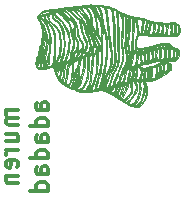
<source format=gbr>
G04 #@! TF.GenerationSoftware,KiCad,Pcbnew,5.0.1*
G04 #@! TF.CreationDate,2019-05-06T23:45:27+02:00*
G04 #@! TF.ProjectId,adadad,6164616461642E6B696361645F706362,rev?*
G04 #@! TF.SameCoordinates,Original*
G04 #@! TF.FileFunction,Legend,Bot*
G04 #@! TF.FilePolarity,Positive*
%FSLAX46Y46*%
G04 Gerber Fmt 4.6, Leading zero omitted, Abs format (unit mm)*
G04 Created by KiCad (PCBNEW 5.0.1) date Mo 06 Mai 2019 23:45:27 CEST*
%MOMM*%
%LPD*%
G01*
G04 APERTURE LIST*
%ADD10C,0.300000*%
%ADD11C,0.010000*%
G04 APERTURE END LIST*
D10*
X114903571Y-109892857D02*
X113903571Y-109892857D01*
X114046428Y-109892857D02*
X113975000Y-109964285D01*
X113903571Y-110107142D01*
X113903571Y-110321428D01*
X113975000Y-110464285D01*
X114117857Y-110535714D01*
X114903571Y-110535714D01*
X114117857Y-110535714D02*
X113975000Y-110607142D01*
X113903571Y-110750000D01*
X113903571Y-110964285D01*
X113975000Y-111107142D01*
X114117857Y-111178571D01*
X114903571Y-111178571D01*
X113903571Y-112535714D02*
X114903571Y-112535714D01*
X113903571Y-111892857D02*
X114689285Y-111892857D01*
X114832142Y-111964285D01*
X114903571Y-112107142D01*
X114903571Y-112321428D01*
X114832142Y-112464285D01*
X114760714Y-112535714D01*
X114903571Y-113250000D02*
X113903571Y-113250000D01*
X114189285Y-113250000D02*
X114046428Y-113321428D01*
X113975000Y-113392857D01*
X113903571Y-113535714D01*
X113903571Y-113678571D01*
X114832142Y-114750000D02*
X114903571Y-114607142D01*
X114903571Y-114321428D01*
X114832142Y-114178571D01*
X114689285Y-114107142D01*
X114117857Y-114107142D01*
X113975000Y-114178571D01*
X113903571Y-114321428D01*
X113903571Y-114607142D01*
X113975000Y-114750000D01*
X114117857Y-114821428D01*
X114260714Y-114821428D01*
X114403571Y-114107142D01*
X113903571Y-115464285D02*
X114903571Y-115464285D01*
X114046428Y-115464285D02*
X113975000Y-115535714D01*
X113903571Y-115678571D01*
X113903571Y-115892857D01*
X113975000Y-116035714D01*
X114117857Y-116107142D01*
X114903571Y-116107142D01*
X117453571Y-109928571D02*
X116667857Y-109928571D01*
X116525000Y-109857142D01*
X116453571Y-109714285D01*
X116453571Y-109428571D01*
X116525000Y-109285714D01*
X117382142Y-109928571D02*
X117453571Y-109785714D01*
X117453571Y-109428571D01*
X117382142Y-109285714D01*
X117239285Y-109214285D01*
X117096428Y-109214285D01*
X116953571Y-109285714D01*
X116882142Y-109428571D01*
X116882142Y-109785714D01*
X116810714Y-109928571D01*
X117453571Y-111285714D02*
X115953571Y-111285714D01*
X117382142Y-111285714D02*
X117453571Y-111142857D01*
X117453571Y-110857142D01*
X117382142Y-110714285D01*
X117310714Y-110642857D01*
X117167857Y-110571428D01*
X116739285Y-110571428D01*
X116596428Y-110642857D01*
X116525000Y-110714285D01*
X116453571Y-110857142D01*
X116453571Y-111142857D01*
X116525000Y-111285714D01*
X117453571Y-112642857D02*
X116667857Y-112642857D01*
X116525000Y-112571428D01*
X116453571Y-112428571D01*
X116453571Y-112142857D01*
X116525000Y-112000000D01*
X117382142Y-112642857D02*
X117453571Y-112500000D01*
X117453571Y-112142857D01*
X117382142Y-112000000D01*
X117239285Y-111928571D01*
X117096428Y-111928571D01*
X116953571Y-112000000D01*
X116882142Y-112142857D01*
X116882142Y-112500000D01*
X116810714Y-112642857D01*
X117453571Y-114000000D02*
X115953571Y-114000000D01*
X117382142Y-114000000D02*
X117453571Y-113857142D01*
X117453571Y-113571428D01*
X117382142Y-113428571D01*
X117310714Y-113357142D01*
X117167857Y-113285714D01*
X116739285Y-113285714D01*
X116596428Y-113357142D01*
X116525000Y-113428571D01*
X116453571Y-113571428D01*
X116453571Y-113857142D01*
X116525000Y-114000000D01*
X117453571Y-115357142D02*
X116667857Y-115357142D01*
X116525000Y-115285714D01*
X116453571Y-115142857D01*
X116453571Y-114857142D01*
X116525000Y-114714285D01*
X117382142Y-115357142D02*
X117453571Y-115214285D01*
X117453571Y-114857142D01*
X117382142Y-114714285D01*
X117239285Y-114642857D01*
X117096428Y-114642857D01*
X116953571Y-114714285D01*
X116882142Y-114857142D01*
X116882142Y-115214285D01*
X116810714Y-115357142D01*
X117453571Y-116714285D02*
X115953571Y-116714285D01*
X117382142Y-116714285D02*
X117453571Y-116571428D01*
X117453571Y-116285714D01*
X117382142Y-116142857D01*
X117310714Y-116071428D01*
X117167857Y-116000000D01*
X116739285Y-116000000D01*
X116596428Y-116071428D01*
X116525000Y-116142857D01*
X116453571Y-116285714D01*
X116453571Y-116571428D01*
X116525000Y-116714285D01*
D11*
G04 #@! TO.C,G\002A\002A\002A*
G36*
X116379396Y-105991148D02*
X116405640Y-106089430D01*
X116434298Y-106161482D01*
X116534703Y-106334979D01*
X116653719Y-106401229D01*
X116674727Y-106403152D01*
X117146258Y-106387796D01*
X117546835Y-106301707D01*
X117562249Y-106296369D01*
X117731575Y-106240547D01*
X117848601Y-106209069D01*
X117867981Y-106206500D01*
X117907771Y-106263080D01*
X117956576Y-106408918D01*
X117989854Y-106547821D01*
X118149761Y-107017259D01*
X118417833Y-107429284D01*
X118785117Y-107775598D01*
X119242659Y-108047903D01*
X119781505Y-108237900D01*
X119824884Y-108248586D01*
X120358147Y-108340179D01*
X120893472Y-108353229D01*
X121477754Y-108288496D01*
X121547500Y-108276577D01*
X121822811Y-108234838D01*
X122017477Y-108225600D01*
X122173562Y-108248640D01*
X122252174Y-108272858D01*
X122800040Y-108519171D01*
X123289716Y-108845398D01*
X123327869Y-108876639D01*
X123702635Y-109148664D01*
X124107387Y-109373522D01*
X124509830Y-109536810D01*
X124877670Y-109624122D01*
X125027704Y-109634812D01*
X125249743Y-109575443D01*
X125446165Y-109407124D01*
X125607962Y-109146814D01*
X125726127Y-108811473D01*
X125791654Y-108418058D01*
X125802000Y-108176927D01*
X125791115Y-107945811D01*
X125762941Y-107751116D01*
X125733355Y-107657386D01*
X125691647Y-107567908D01*
X125700376Y-107511470D01*
X125781391Y-107471732D01*
X125956540Y-107432356D01*
X126060843Y-107412483D01*
X126379278Y-107325183D01*
X126738022Y-107184329D01*
X127091132Y-107011489D01*
X127392663Y-106828234D01*
X127528180Y-106723602D01*
X127676704Y-106605386D01*
X127793425Y-106533798D01*
X127826507Y-106524000D01*
X127873060Y-106468095D01*
X127896737Y-106330138D01*
X127897500Y-106296865D01*
X127860811Y-106091289D01*
X127745902Y-105924474D01*
X127745902Y-106228327D01*
X127770500Y-106238250D01*
X127831077Y-106295311D01*
X127834000Y-106305497D01*
X127784870Y-106332771D01*
X127770500Y-106333500D01*
X127709440Y-106284684D01*
X127707000Y-106266252D01*
X127745902Y-106228327D01*
X127745902Y-105924474D01*
X127733764Y-105906852D01*
X127705754Y-105877985D01*
X127514009Y-105686240D01*
X127819017Y-105728189D01*
X128027976Y-105744520D01*
X128171099Y-105714706D01*
X128291916Y-105638076D01*
X128454829Y-105454287D01*
X128545565Y-105236439D01*
X128564294Y-105015068D01*
X128511187Y-104820711D01*
X128386416Y-104683905D01*
X128286336Y-104644040D01*
X128215000Y-104626855D01*
X128215000Y-104746000D01*
X128259526Y-104801165D01*
X128278347Y-104939448D01*
X128273482Y-105120030D01*
X128246948Y-105302092D01*
X128200767Y-105444814D01*
X128178693Y-105479988D01*
X128113730Y-105552521D01*
X128095266Y-105532862D01*
X128112416Y-105405401D01*
X128115193Y-105388937D01*
X128141806Y-105162930D01*
X128151500Y-104960312D01*
X128167996Y-104816596D01*
X128208374Y-104747166D01*
X128215000Y-104746000D01*
X128215000Y-104626855D01*
X128082264Y-104594877D01*
X127966535Y-104549345D01*
X127902681Y-104487600D01*
X127885990Y-104455226D01*
X127885990Y-104690784D01*
X127926511Y-104704412D01*
X127986987Y-104787463D01*
X128020271Y-104950827D01*
X128024449Y-105150356D01*
X127997607Y-105341905D01*
X127958765Y-105448674D01*
X127869290Y-105547602D01*
X127803736Y-105571500D01*
X127755646Y-105544053D01*
X127733458Y-105446205D01*
X127733567Y-105254695D01*
X127738743Y-105151894D01*
X127756830Y-104901079D01*
X127781256Y-104755266D01*
X127821237Y-104692490D01*
X127885990Y-104690784D01*
X127885990Y-104455226D01*
X127865182Y-104414865D01*
X127760917Y-104284271D01*
X127584681Y-104216093D01*
X127546368Y-104215132D01*
X127546368Y-104391664D01*
X127580000Y-104396750D01*
X127640511Y-104451065D01*
X127643500Y-104460250D01*
X127599211Y-104510735D01*
X127580000Y-104523750D01*
X127539079Y-104512280D01*
X127539079Y-104691518D01*
X127575775Y-104711638D01*
X127621977Y-104803010D01*
X127640944Y-104973006D01*
X127632299Y-105176119D01*
X127595662Y-105366845D01*
X127581571Y-105408616D01*
X127510434Y-105551724D01*
X127456059Y-105576717D01*
X127424130Y-105494187D01*
X127424130Y-105912143D01*
X127481156Y-105949517D01*
X127527474Y-106055788D01*
X127537647Y-106232061D01*
X127515054Y-106427642D01*
X127463072Y-106591839D01*
X127435375Y-106636659D01*
X127372080Y-106690259D01*
X127329351Y-106651988D01*
X127301628Y-106509453D01*
X127286078Y-106303986D01*
X127290359Y-106054112D01*
X127336449Y-105923366D01*
X127424130Y-105912143D01*
X127424130Y-105494187D01*
X127423251Y-105491914D01*
X127416811Y-105305636D01*
X127428163Y-105142875D01*
X127453742Y-104897138D01*
X127475568Y-104755150D01*
X127501420Y-104694186D01*
X127539079Y-104691518D01*
X127539079Y-104512280D01*
X127526203Y-104508670D01*
X127516500Y-104460250D01*
X127546368Y-104391664D01*
X127546368Y-104215132D01*
X127325546Y-104209592D01*
X127294250Y-104214418D01*
X127294250Y-104365000D01*
X127378436Y-104415829D01*
X127389500Y-104460250D01*
X127338670Y-104544436D01*
X127294250Y-104555500D01*
X127210063Y-104504670D01*
X127199000Y-104460250D01*
X127249829Y-104376063D01*
X127294250Y-104365000D01*
X127294250Y-104214418D01*
X127130208Y-104239716D01*
X127130208Y-104682500D01*
X127248651Y-104718988D01*
X127287069Y-104761875D01*
X127300046Y-104868179D01*
X127295565Y-105048591D01*
X127277922Y-105252097D01*
X127251415Y-105427682D01*
X127223193Y-105520226D01*
X127165057Y-105550025D01*
X127165057Y-105703858D01*
X127194888Y-105715544D01*
X127199047Y-105742034D01*
X127199000Y-105748793D01*
X127143378Y-105790983D01*
X127029148Y-105845775D01*
X127029148Y-106016000D01*
X127104541Y-106071316D01*
X127156103Y-106205263D01*
X127169642Y-106369839D01*
X127157408Y-106449818D01*
X127135916Y-106581713D01*
X127128197Y-106672068D01*
X127114187Y-106716779D01*
X127086322Y-106642481D01*
X127073647Y-106587500D01*
X127026153Y-106378621D01*
X126978816Y-106190625D01*
X126959533Y-106062290D01*
X127005625Y-106017611D01*
X127029148Y-106016000D01*
X127029148Y-105845775D01*
X126994121Y-105862577D01*
X126777643Y-105951533D01*
X126706588Y-105978283D01*
X126706588Y-106165115D01*
X126797636Y-106165165D01*
X126820886Y-106176533D01*
X126853415Y-106254703D01*
X126868481Y-106410510D01*
X126867787Y-106603455D01*
X126853037Y-106793038D01*
X126825933Y-106938760D01*
X126788179Y-107000121D01*
X126786250Y-107000250D01*
X126750223Y-106943482D01*
X126717904Y-106800106D01*
X126693145Y-106610515D01*
X126679798Y-106415100D01*
X126681717Y-106254254D01*
X126702754Y-106168369D01*
X126706588Y-106165115D01*
X126706588Y-105978283D01*
X126643375Y-106002082D01*
X126486958Y-106056980D01*
X126486958Y-106241415D01*
X126528573Y-106255739D01*
X126554617Y-106345971D01*
X126564185Y-106517277D01*
X126558879Y-106725026D01*
X126540302Y-106924587D01*
X126510057Y-107071328D01*
X126498265Y-107099674D01*
X126389674Y-107199386D01*
X126300359Y-107222500D01*
X126205697Y-107198786D01*
X126200230Y-107104786D01*
X126206476Y-107079625D01*
X126229208Y-106932386D01*
X126243389Y-106721096D01*
X126245632Y-106610781D01*
X126254683Y-106410604D01*
X126288161Y-106303465D01*
X126357614Y-106256058D01*
X126369823Y-106252562D01*
X126486958Y-106241415D01*
X126486958Y-106056980D01*
X126220081Y-106150649D01*
X126056000Y-106200460D01*
X126056000Y-106397000D01*
X126093869Y-106453755D01*
X126116586Y-106597353D01*
X126119500Y-106682750D01*
X126106887Y-106853164D01*
X126074977Y-106955388D01*
X126056000Y-106968500D01*
X126018130Y-106911744D01*
X125995413Y-106768146D01*
X125992500Y-106682750D01*
X126005112Y-106512335D01*
X126037022Y-106410111D01*
X126056000Y-106397000D01*
X126056000Y-106200460D01*
X125894597Y-106249459D01*
X125805747Y-106268537D01*
X125805747Y-106397000D01*
X125839094Y-106453540D01*
X125858708Y-106596594D01*
X125863535Y-106786308D01*
X125852521Y-106982831D01*
X125825476Y-107143125D01*
X125761445Y-107254519D01*
X125696190Y-107286000D01*
X125685104Y-107280726D01*
X125685104Y-108302000D01*
X125732327Y-108358352D01*
X125723584Y-108525084D01*
X125659151Y-108798707D01*
X125641098Y-108860934D01*
X125554055Y-109087644D01*
X125443486Y-109291405D01*
X125389105Y-109364584D01*
X125283574Y-109463493D01*
X125238264Y-109462145D01*
X125255416Y-109373275D01*
X125337271Y-109209617D01*
X125356243Y-109177801D01*
X125445123Y-108990504D01*
X125527199Y-108751210D01*
X125556847Y-108636516D01*
X125607316Y-108451220D01*
X125657663Y-108329744D01*
X125685104Y-108302000D01*
X125685104Y-107280726D01*
X125647767Y-107262960D01*
X125629060Y-107176943D01*
X125637021Y-107002597D01*
X125648430Y-106889125D01*
X125678756Y-106639309D01*
X125707798Y-106490907D01*
X125743627Y-106418676D01*
X125794310Y-106397373D01*
X125805747Y-106397000D01*
X125805747Y-106268537D01*
X125649477Y-106302094D01*
X125506088Y-106309999D01*
X125506088Y-106460500D01*
X125533865Y-106515889D01*
X125539064Y-106655290D01*
X125525809Y-106838554D01*
X125498222Y-107025530D01*
X125460426Y-107176071D01*
X125425712Y-107243187D01*
X125384481Y-107263385D01*
X125384481Y-107433392D01*
X125455531Y-107478808D01*
X125522911Y-107610603D01*
X125543479Y-107845108D01*
X125517091Y-108166916D01*
X125464751Y-108464184D01*
X125386018Y-108746082D01*
X125277565Y-109010964D01*
X125152641Y-109238362D01*
X125024493Y-109407810D01*
X124906368Y-109498843D01*
X124811514Y-109490993D01*
X124804322Y-109484489D01*
X124815617Y-109415409D01*
X124887370Y-109280907D01*
X124958153Y-109175019D01*
X125129969Y-108848051D01*
X125241411Y-108452102D01*
X125281475Y-108035202D01*
X125269353Y-107816520D01*
X125259456Y-107575939D01*
X125298312Y-107447358D01*
X125384481Y-107433392D01*
X125384481Y-107263385D01*
X125346507Y-107281989D01*
X125322933Y-107272599D01*
X125312398Y-107193192D01*
X125330417Y-107037577D01*
X125367884Y-106846127D01*
X125415694Y-106659216D01*
X125464741Y-106517217D01*
X125505921Y-106460501D01*
X125506088Y-106460500D01*
X125506088Y-106309999D01*
X125467275Y-106312139D01*
X125330544Y-106283176D01*
X125312338Y-106275443D01*
X125212902Y-106207737D01*
X125204885Y-106150191D01*
X125204965Y-106150121D01*
X125307475Y-106099953D01*
X125504548Y-106034029D01*
X125765976Y-105960272D01*
X126061549Y-105886604D01*
X126361056Y-105820946D01*
X126634289Y-105771220D01*
X126671413Y-105765584D01*
X126928332Y-105728082D01*
X127084542Y-105707772D01*
X127165057Y-105703858D01*
X127165057Y-105550025D01*
X127141000Y-105562357D01*
X127061458Y-105571500D01*
X126967372Y-105543844D01*
X126969956Y-105471056D01*
X126991825Y-105352913D01*
X127005792Y-105159967D01*
X127008500Y-105026556D01*
X127014513Y-104825893D01*
X127039600Y-104722069D01*
X127094328Y-104685205D01*
X127130208Y-104682500D01*
X127130208Y-104239716D01*
X126987018Y-104261800D01*
X126987018Y-104393670D01*
X127058112Y-104441451D01*
X127072000Y-104492000D01*
X127026282Y-104574800D01*
X127012887Y-104584538D01*
X126937611Y-104580413D01*
X126897395Y-104504074D01*
X126913890Y-104427464D01*
X126987018Y-104393670D01*
X126987018Y-104261800D01*
X126972581Y-104264027D01*
X126761979Y-104314245D01*
X126761979Y-104755430D01*
X126818000Y-104777750D01*
X126859264Y-104864903D01*
X126878265Y-105030491D01*
X126875146Y-105227939D01*
X126850046Y-105410675D01*
X126815765Y-105512174D01*
X126734497Y-105621553D01*
X126675264Y-105607411D01*
X126639219Y-105471498D01*
X126627500Y-105225997D01*
X126641638Y-104952712D01*
X126685661Y-104797747D01*
X126761979Y-104755430D01*
X126761979Y-104314245D01*
X126691000Y-104331171D01*
X126691000Y-104492000D01*
X126752654Y-104540321D01*
X126754500Y-104555500D01*
X126706178Y-104617154D01*
X126691000Y-104619000D01*
X126629345Y-104570678D01*
X126627500Y-104555500D01*
X126675821Y-104493845D01*
X126691000Y-104492000D01*
X126691000Y-104331171D01*
X126677597Y-104334367D01*
X126437000Y-104395658D01*
X126437000Y-104555500D01*
X126498849Y-104577165D01*
X126500500Y-104583502D01*
X126456003Y-104637716D01*
X126437000Y-104650750D01*
X126408485Y-104648297D01*
X126408485Y-104809500D01*
X126462656Y-104832418D01*
X126488723Y-104918473D01*
X126491929Y-105093617D01*
X126487655Y-105201335D01*
X126468280Y-105409676D01*
X126436785Y-105559592D01*
X126405250Y-105613942D01*
X126369046Y-105567191D01*
X126340645Y-105418469D01*
X126326080Y-105222107D01*
X126322813Y-104994010D01*
X126338192Y-104866783D01*
X126377291Y-104815023D01*
X126408485Y-104809500D01*
X126408485Y-104648297D01*
X126378485Y-104645715D01*
X126373500Y-104622747D01*
X126419595Y-104558084D01*
X126437000Y-104555500D01*
X126437000Y-104395658D01*
X126143252Y-104470491D01*
X126140666Y-104471092D01*
X126140666Y-104640166D01*
X126178417Y-104648883D01*
X126183000Y-104682500D01*
X126159766Y-104734767D01*
X126140666Y-104724833D01*
X126133066Y-104649473D01*
X126140666Y-104640166D01*
X126140666Y-104471092D01*
X126061739Y-104489446D01*
X126061739Y-104909223D01*
X126140155Y-104976171D01*
X126190738Y-105095250D01*
X126227187Y-105280315D01*
X126236233Y-105397829D01*
X126219791Y-105503805D01*
X126206476Y-105555625D01*
X126145656Y-105684321D01*
X126076313Y-105700083D01*
X126016225Y-105614221D01*
X125983172Y-105438048D01*
X125981916Y-105412750D01*
X125974216Y-105211716D01*
X125967634Y-105051209D01*
X125966041Y-105015875D01*
X125992232Y-104918406D01*
X126061739Y-104909223D01*
X126061739Y-104489446D01*
X125833750Y-104542466D01*
X125833750Y-104682500D01*
X125918253Y-104716788D01*
X125929000Y-104746000D01*
X125877567Y-104802335D01*
X125833750Y-104809500D01*
X125749246Y-104775211D01*
X125738500Y-104746000D01*
X125789932Y-104689664D01*
X125833750Y-104682500D01*
X125833750Y-104542466D01*
X125720034Y-104568911D01*
X125696785Y-104573417D01*
X125696785Y-105018286D01*
X125774133Y-105024293D01*
X125828084Y-105136770D01*
X125852134Y-105336316D01*
X125850257Y-105476250D01*
X125829404Y-105657439D01*
X125794200Y-105772389D01*
X125770250Y-105793750D01*
X125730929Y-105737239D01*
X125697503Y-105595637D01*
X125673941Y-105410836D01*
X125664210Y-105224731D01*
X125672280Y-105079214D01*
X125696785Y-105018286D01*
X125696785Y-104573417D01*
X125516250Y-104608410D01*
X125516250Y-104746000D01*
X125600753Y-104780288D01*
X125611500Y-104809500D01*
X125560067Y-104865835D01*
X125516250Y-104873000D01*
X125431746Y-104838711D01*
X125421000Y-104809500D01*
X125472432Y-104753164D01*
X125516250Y-104746000D01*
X125516250Y-104608410D01*
X125398318Y-104631269D01*
X125394541Y-104631728D01*
X125394541Y-105063366D01*
X125476133Y-105085271D01*
X125523327Y-105166929D01*
X125544384Y-105332848D01*
X125548000Y-105518583D01*
X125539375Y-105740158D01*
X125510117Y-105856630D01*
X125458168Y-105889000D01*
X125403967Y-105850313D01*
X125368737Y-105722078D01*
X125347563Y-105486030D01*
X125347043Y-105476116D01*
X125344348Y-105226604D01*
X125366911Y-105089055D01*
X125394541Y-105063366D01*
X125394541Y-104631728D01*
X125168478Y-104659204D01*
X125020888Y-104654357D01*
X125011818Y-104650684D01*
X125011818Y-104758643D01*
X125139345Y-104786148D01*
X125253134Y-104834760D01*
X125294000Y-104879883D01*
X125239732Y-104922826D01*
X125138997Y-104936500D01*
X125117520Y-104931979D01*
X125117520Y-105078317D01*
X125179864Y-105140880D01*
X125233420Y-105298827D01*
X125238015Y-105322547D01*
X125275674Y-105564327D01*
X125280973Y-105723547D01*
X125253223Y-105840635D01*
X125228265Y-105893174D01*
X125134688Y-105992285D01*
X125063934Y-106016000D01*
X125048110Y-106010061D01*
X125048110Y-106254991D01*
X125142158Y-106312115D01*
X125262800Y-106463750D01*
X125286244Y-106696277D01*
X125212409Y-107008754D01*
X125204172Y-107032000D01*
X125124137Y-107183699D01*
X125030516Y-107270478D01*
X125014741Y-107275505D01*
X125003833Y-107275295D01*
X125003833Y-107413000D01*
X125080109Y-107470888D01*
X125131544Y-107626365D01*
X125156442Y-107852146D01*
X125153110Y-108120945D01*
X125119853Y-108405478D01*
X125077581Y-108600449D01*
X124966373Y-108917053D01*
X124826138Y-109164200D01*
X124670052Y-109327968D01*
X124511295Y-109394439D01*
X124366146Y-109352006D01*
X124293954Y-109288507D01*
X124294096Y-109226544D01*
X124373306Y-109125071D01*
X124410020Y-109084591D01*
X124564053Y-108895720D01*
X124726302Y-108665109D01*
X124872732Y-108430550D01*
X124979306Y-108229834D01*
X125017304Y-108129782D01*
X125021981Y-107968835D01*
X124983102Y-107785645D01*
X124922737Y-107570796D01*
X124928338Y-107451176D01*
X125000671Y-107413029D01*
X125003833Y-107413000D01*
X125003833Y-107275295D01*
X124956949Y-107274392D01*
X124930759Y-107224399D01*
X124931979Y-107099306D01*
X124953805Y-106894505D01*
X124978583Y-106659175D01*
X124993749Y-106457417D01*
X124996225Y-106352437D01*
X125000625Y-106258783D01*
X125048110Y-106254991D01*
X125048110Y-106010061D01*
X125004901Y-105993841D01*
X124990620Y-105907157D01*
X125011655Y-105746125D01*
X125040203Y-105517590D01*
X125051304Y-105299511D01*
X125050744Y-105265168D01*
X125067457Y-105117595D01*
X125117520Y-105078317D01*
X125117520Y-104931979D01*
X125006244Y-104908553D01*
X124923984Y-104844184D01*
X124928815Y-104772599D01*
X124930898Y-104770434D01*
X125011818Y-104758643D01*
X125011818Y-104650684D01*
X124955387Y-104627828D01*
X124898697Y-104505948D01*
X124891734Y-104293476D01*
X124933412Y-104016212D01*
X124990259Y-103799634D01*
X125056278Y-103583518D01*
X126651514Y-103617607D01*
X127091940Y-103625796D01*
X127492213Y-103630910D01*
X127834218Y-103632907D01*
X128099839Y-103631742D01*
X128270961Y-103627372D01*
X128327461Y-103621611D01*
X128428693Y-103530247D01*
X128521178Y-103362114D01*
X128581895Y-103166640D01*
X128593457Y-103050528D01*
X128559981Y-102858886D01*
X128498464Y-102702485D01*
X128403956Y-102574037D01*
X128283634Y-102505096D01*
X128283634Y-102657876D01*
X128341351Y-102687988D01*
X128375273Y-102715264D01*
X128430913Y-102821221D01*
X128456358Y-102989660D01*
X128452398Y-103173211D01*
X128419822Y-103324502D01*
X128363941Y-103394930D01*
X128313810Y-103351258D01*
X128278130Y-103185881D01*
X128265543Y-103050644D01*
X128252184Y-102819480D01*
X128256062Y-102695132D01*
X128283634Y-102657876D01*
X128283634Y-102505096D01*
X128273822Y-102499473D01*
X128081106Y-102471575D01*
X128002831Y-102474778D01*
X128002831Y-102593731D01*
X128056432Y-102610033D01*
X128111389Y-102656831D01*
X128138531Y-102761629D01*
X128142783Y-102952194D01*
X128138546Y-103073192D01*
X128118351Y-103302607D01*
X128084380Y-103462415D01*
X128047701Y-103521413D01*
X128001756Y-103475342D01*
X127966696Y-103304452D01*
X127946936Y-103081974D01*
X127935348Y-102853879D01*
X127931377Y-102681229D01*
X127935717Y-102597554D01*
X127936871Y-102595030D01*
X128002831Y-102593731D01*
X128002831Y-102474778D01*
X127798853Y-102483127D01*
X127710145Y-102491434D01*
X127697484Y-102491670D01*
X127697484Y-102647508D01*
X127778434Y-102722135D01*
X127807391Y-102831386D01*
X127820670Y-103018095D01*
X127818715Y-103158500D01*
X127802526Y-103362860D01*
X127769956Y-103472179D01*
X127707867Y-103518374D01*
X127667030Y-103527038D01*
X127595984Y-103528969D01*
X127557569Y-103491427D01*
X127544406Y-103387844D01*
X127549114Y-103191651D01*
X127552685Y-103115361D01*
X127580205Y-102848126D01*
X127629568Y-102690265D01*
X127697484Y-102647508D01*
X127697484Y-102491670D01*
X127288958Y-102499307D01*
X127288958Y-102650500D01*
X127384079Y-102705891D01*
X127439103Y-102849383D01*
X127448787Y-103046953D01*
X127407889Y-103264578D01*
X127391071Y-103313116D01*
X127314465Y-103432699D01*
X127226281Y-103479120D01*
X127162012Y-103449320D01*
X127157151Y-103340238D01*
X127158976Y-103333125D01*
X127183809Y-103177582D01*
X127197354Y-102971141D01*
X127198132Y-102920375D01*
X127214448Y-102733295D01*
X127265125Y-102654995D01*
X127288958Y-102650500D01*
X127288958Y-102499307D01*
X127236028Y-102500297D01*
X126961600Y-102471598D01*
X126961600Y-102587225D01*
X127024151Y-102652933D01*
X127029945Y-102666375D01*
X127063460Y-102838219D01*
X127062540Y-103056178D01*
X127031217Y-103261066D01*
X126981024Y-103384488D01*
X126885081Y-103467467D01*
X126817232Y-103443398D01*
X126791094Y-103331407D01*
X126818614Y-103156358D01*
X126862768Y-102951697D01*
X126881495Y-102764236D01*
X126881500Y-102762044D01*
X126905699Y-102628976D01*
X126961600Y-102587225D01*
X126961600Y-102471598D01*
X126712657Y-102445564D01*
X126538982Y-102408440D01*
X126538982Y-102530326D01*
X126597947Y-102544472D01*
X126661458Y-102588832D01*
X126720007Y-102712452D01*
X126723179Y-102918655D01*
X126672649Y-103176562D01*
X126621118Y-103333125D01*
X126554198Y-103443440D01*
X126498226Y-103476000D01*
X126463159Y-103422409D01*
X126456294Y-103257234D01*
X126473171Y-103015625D01*
X126497338Y-102788173D01*
X126520328Y-102615956D01*
X126537570Y-102532681D01*
X126538982Y-102530326D01*
X126538982Y-102408440D01*
X126217507Y-102339721D01*
X126217507Y-102484496D01*
X126270019Y-102497393D01*
X126275846Y-102499614D01*
X126336908Y-102584303D01*
X126366422Y-102754792D01*
X126362161Y-102973311D01*
X126321897Y-103202091D01*
X126318101Y-103215990D01*
X126248386Y-103352199D01*
X126145882Y-103448980D01*
X126048206Y-103475785D01*
X126018285Y-103459451D01*
X126007016Y-103378971D01*
X126020903Y-103212288D01*
X126052958Y-103017197D01*
X126106300Y-102752189D01*
X126145163Y-102589799D01*
X126179060Y-102507933D01*
X126217507Y-102484496D01*
X126217507Y-102339721D01*
X126195783Y-102335077D01*
X125913125Y-102244222D01*
X125913125Y-102412212D01*
X125970317Y-102444126D01*
X125984369Y-102585316D01*
X125955376Y-102825647D01*
X125907029Y-103058103D01*
X125849019Y-103243233D01*
X125782205Y-103369504D01*
X125747711Y-103398991D01*
X125692068Y-103391003D01*
X125704763Y-103293298D01*
X125709788Y-103277137D01*
X125744400Y-103127653D01*
X125779517Y-102912473D01*
X125795827Y-102782629D01*
X125830310Y-102587196D01*
X125878643Y-102450792D01*
X125913125Y-102412212D01*
X125913125Y-102244222D01*
X125882543Y-102234392D01*
X125651812Y-102162523D01*
X125651812Y-102279078D01*
X125701977Y-102317125D01*
X125723521Y-102408335D01*
X125717714Y-102582755D01*
X125689218Y-102800692D01*
X125642693Y-103022458D01*
X125603786Y-103153331D01*
X125532996Y-103297654D01*
X125469578Y-103344232D01*
X125435949Y-103290092D01*
X125445143Y-103174375D01*
X125471674Y-103012374D01*
X125502726Y-102785588D01*
X125521005Y-102634625D01*
X125554726Y-102407972D01*
X125595641Y-102294171D01*
X125651812Y-102279078D01*
X125651812Y-102162523D01*
X125594943Y-102144808D01*
X125277374Y-102073148D01*
X125088793Y-102045225D01*
X125028157Y-102035637D01*
X125028157Y-102151683D01*
X125147263Y-102165809D01*
X125266174Y-102207491D01*
X125354306Y-102246173D01*
X125402091Y-102298769D01*
X125417194Y-102396558D01*
X125407281Y-102570820D01*
X125392667Y-102723563D01*
X125362002Y-102973497D01*
X125324671Y-103191903D01*
X125289478Y-103329142D01*
X125225863Y-103441526D01*
X125169223Y-103428647D01*
X125120636Y-103292105D01*
X125081180Y-103033499D01*
X125079460Y-103017335D01*
X125050343Y-102759057D01*
X125019172Y-102512739D01*
X125000181Y-102380625D01*
X124986535Y-102218467D01*
X125028157Y-102151683D01*
X125028157Y-102035637D01*
X124755915Y-101992588D01*
X124755915Y-102140249D01*
X124797313Y-102176177D01*
X124813295Y-102217850D01*
X124921775Y-102668884D01*
X124965832Y-103112395D01*
X124943834Y-103512316D01*
X124883081Y-103761750D01*
X124834209Y-103962471D01*
X124799931Y-104226612D01*
X124788787Y-104449666D01*
X124780275Y-104692012D01*
X124756555Y-104823409D01*
X124756263Y-104823658D01*
X124756263Y-104993622D01*
X124860550Y-105032350D01*
X124877359Y-105047625D01*
X124909093Y-105148173D01*
X124913081Y-105331282D01*
X124894168Y-105556765D01*
X124862080Y-105754370D01*
X124862080Y-106246025D01*
X124887979Y-106325836D01*
X124891824Y-106495565D01*
X124875781Y-106720462D01*
X124842015Y-106965778D01*
X124806159Y-107143125D01*
X124747001Y-107254626D01*
X124685437Y-107286000D01*
X124630114Y-107252995D01*
X124652715Y-107143125D01*
X124688923Y-107004132D01*
X124727204Y-106790767D01*
X124752616Y-106603473D01*
X124787341Y-106387488D01*
X124828473Y-106264642D01*
X124862080Y-106246025D01*
X124862080Y-105754370D01*
X124857198Y-105784435D01*
X124807016Y-105974105D01*
X124752769Y-106081135D01*
X124627692Y-106180301D01*
X124625261Y-106180776D01*
X124625261Y-107476500D01*
X124725101Y-107532945D01*
X124813572Y-107674399D01*
X124872768Y-107859039D01*
X124884786Y-108045041D01*
X124880883Y-108073596D01*
X124830541Y-108221648D01*
X124730434Y-108427954D01*
X124611018Y-108633437D01*
X124444289Y-108865150D01*
X124275789Y-109046049D01*
X124125377Y-109159136D01*
X124012913Y-109187412D01*
X123982902Y-109171068D01*
X123998261Y-109104911D01*
X124085211Y-108980390D01*
X124195169Y-108856293D01*
X124398712Y-108630587D01*
X124520122Y-108445193D01*
X124574914Y-108259222D01*
X124578607Y-108031788D01*
X124565232Y-107881210D01*
X124545708Y-107659873D01*
X124549698Y-107536867D01*
X124581232Y-107485023D01*
X124625261Y-107476500D01*
X124625261Y-106180776D01*
X124540261Y-106197416D01*
X124540261Y-106333500D01*
X124579315Y-106389409D01*
X124594437Y-106532020D01*
X124587368Y-106723656D01*
X124559849Y-106926639D01*
X124513622Y-107103294D01*
X124503490Y-107129289D01*
X124428297Y-107263842D01*
X124352097Y-107340280D01*
X124322619Y-107343107D01*
X124322619Y-107608446D01*
X124383248Y-107695508D01*
X124412515Y-107807376D01*
X124451912Y-108084771D01*
X124442056Y-108286124D01*
X124376917Y-108454812D01*
X124307946Y-108559538D01*
X124093382Y-108808219D01*
X123891591Y-108958161D01*
X123746379Y-108999088D01*
X123667840Y-108991254D01*
X123673682Y-108942561D01*
X123732564Y-108857625D01*
X123853351Y-108662650D01*
X123983734Y-108405604D01*
X124101814Y-108134845D01*
X124185691Y-107898736D01*
X124208265Y-107807122D01*
X124259539Y-107645645D01*
X124322619Y-107608446D01*
X124322619Y-107343107D01*
X124299426Y-107345332D01*
X124294817Y-107265724D01*
X124301851Y-107238375D01*
X124330494Y-107119059D01*
X124372099Y-106921581D01*
X124409642Y-106730375D01*
X124456445Y-106525836D01*
X124504428Y-106382544D01*
X124540261Y-106333500D01*
X124540261Y-106197416D01*
X124522372Y-106200918D01*
X124469813Y-106138560D01*
X124468500Y-106119233D01*
X124488612Y-106008751D01*
X124539148Y-105834697D01*
X124563750Y-105762000D01*
X124625312Y-105528845D01*
X124657594Y-105292109D01*
X124659000Y-105246016D01*
X124685237Y-105068336D01*
X124756263Y-104993622D01*
X124756263Y-104823658D01*
X124714509Y-104859332D01*
X124706625Y-104857508D01*
X124647730Y-104792466D01*
X124615911Y-104639009D01*
X124610995Y-104388196D01*
X124632810Y-104031087D01*
X124681184Y-103558742D01*
X124681555Y-103555537D01*
X124720431Y-103155688D01*
X124738826Y-102816211D01*
X124735699Y-102562776D01*
X124725405Y-102474507D01*
X124711001Y-102315579D01*
X124724157Y-102195438D01*
X124755915Y-102140249D01*
X124755915Y-101992588D01*
X124636146Y-101973649D01*
X124433337Y-101913423D01*
X124433337Y-102079000D01*
X124497422Y-102092920D01*
X124540725Y-102146534D01*
X124565377Y-102257621D01*
X124573512Y-102443960D01*
X124567263Y-102723328D01*
X124551402Y-103063250D01*
X124533988Y-103455052D01*
X124520068Y-103877740D01*
X124511255Y-104275185D01*
X124508968Y-104539625D01*
X124504915Y-104809774D01*
X124493538Y-105025157D01*
X124476738Y-105159225D01*
X124462348Y-105190500D01*
X124426099Y-105133531D01*
X124375155Y-104983656D01*
X124320122Y-104772426D01*
X124316488Y-104756590D01*
X124268248Y-104509562D01*
X124249575Y-104291482D01*
X124259240Y-104050172D01*
X124292943Y-103756465D01*
X124328326Y-103406824D01*
X124351234Y-103015496D01*
X124357139Y-102662227D01*
X124356674Y-102634625D01*
X124355252Y-102357000D01*
X124366737Y-102185533D01*
X124393947Y-102099785D01*
X124433337Y-102079000D01*
X124433337Y-101913423D01*
X124230401Y-101853158D01*
X124230401Y-102650500D01*
X124263377Y-102705049D01*
X124257939Y-102841921D01*
X124255404Y-102856875D01*
X124213004Y-103175004D01*
X124185273Y-103552140D01*
X124172553Y-103952520D01*
X124175181Y-104340381D01*
X124193499Y-104679962D01*
X124227844Y-104935499D01*
X124235361Y-104968250D01*
X124301148Y-105248610D01*
X124330500Y-105431301D01*
X124324997Y-105539832D01*
X124286217Y-105597712D01*
X124278000Y-105603250D01*
X124232308Y-105579242D01*
X124227200Y-105544974D01*
X124227200Y-106397000D01*
X124262258Y-106417130D01*
X124274365Y-106491158D01*
X124262713Y-106639544D01*
X124226491Y-106882745D01*
X124202297Y-107026606D01*
X124149107Y-107282057D01*
X124092280Y-107431194D01*
X124023636Y-107494619D01*
X124015474Y-107497128D01*
X123998434Y-107499119D01*
X123998434Y-107667000D01*
X124070827Y-107710275D01*
X124071351Y-107843766D01*
X123999439Y-108072971D01*
X123942074Y-108211609D01*
X123806112Y-108498162D01*
X123687896Y-108696739D01*
X123595358Y-108795652D01*
X123545642Y-108795659D01*
X123537610Y-108715124D01*
X123564292Y-108668659D01*
X123614192Y-108571031D01*
X123684375Y-108388374D01*
X123760694Y-108157905D01*
X123770026Y-108127375D01*
X123858651Y-107872901D01*
X123939401Y-107714607D01*
X123998434Y-107667000D01*
X123998434Y-107499119D01*
X123910203Y-107509430D01*
X123875639Y-107457689D01*
X123905264Y-107320960D01*
X123934238Y-107236067D01*
X123992652Y-107013044D01*
X124020865Y-106789637D01*
X124021212Y-106774825D01*
X124054403Y-106570939D01*
X124136758Y-106435156D01*
X124227200Y-106397000D01*
X124227200Y-105544974D01*
X124214500Y-105459772D01*
X124196192Y-105294587D01*
X124149334Y-105071177D01*
X124111696Y-104932150D01*
X124053862Y-104673891D01*
X124033878Y-104389258D01*
X124046765Y-104047500D01*
X124084006Y-103551978D01*
X124118290Y-103174351D01*
X124150805Y-102905582D01*
X124182738Y-102736632D01*
X124215279Y-102658465D01*
X124230401Y-102650500D01*
X124230401Y-101853158D01*
X124206461Y-101846048D01*
X124151000Y-101821752D01*
X124151000Y-102015500D01*
X124206728Y-102067186D01*
X124214500Y-102114497D01*
X124183715Y-102180223D01*
X124151000Y-102174250D01*
X124089922Y-102093067D01*
X124087500Y-102075252D01*
X124135934Y-102017210D01*
X124151000Y-102015500D01*
X124151000Y-101821752D01*
X123841801Y-101686294D01*
X123841801Y-101830641D01*
X123918407Y-101884404D01*
X123951035Y-101981996D01*
X123973370Y-102185891D01*
X123985281Y-102475797D01*
X123986636Y-102831424D01*
X123977304Y-103232482D01*
X123957154Y-103658680D01*
X123932218Y-104015750D01*
X123910968Y-104342425D01*
X123910530Y-104579891D01*
X123932837Y-104764526D01*
X123979822Y-104932711D01*
X123981147Y-104936500D01*
X124073860Y-105312563D01*
X124067821Y-105662753D01*
X123959764Y-106025316D01*
X123872305Y-106211850D01*
X123834348Y-106293318D01*
X123834348Y-106618725D01*
X123878774Y-106639182D01*
X123894669Y-106752574D01*
X123882068Y-106928088D01*
X123841005Y-107134913D01*
X123833734Y-107161933D01*
X123761849Y-107359915D01*
X123675797Y-107513521D01*
X123664362Y-107524942D01*
X123664362Y-107751470D01*
X123698349Y-107756666D01*
X123700576Y-107855552D01*
X123674670Y-108019846D01*
X123624256Y-108221268D01*
X123590284Y-108329159D01*
X123513860Y-108512723D01*
X123434591Y-108639335D01*
X123395245Y-108671036D01*
X123349237Y-108678198D01*
X123332872Y-108647457D01*
X123350046Y-108558594D01*
X123404653Y-108391388D01*
X123500018Y-108127178D01*
X123574512Y-107936030D01*
X123637043Y-107796735D01*
X123664362Y-107751470D01*
X123664362Y-107524942D01*
X123594184Y-107595036D01*
X123545732Y-107590898D01*
X123541133Y-107512263D01*
X123571074Y-107352136D01*
X123624552Y-107147580D01*
X123690563Y-106935657D01*
X123758106Y-106753429D01*
X123816176Y-106637958D01*
X123834348Y-106618725D01*
X123834348Y-106293318D01*
X123747731Y-106479229D01*
X123613755Y-106805472D01*
X123496072Y-107127387D01*
X123478527Y-107180225D01*
X123422380Y-107342621D01*
X123422380Y-107857500D01*
X123450981Y-107906186D01*
X123417253Y-108055639D01*
X123350355Y-108237214D01*
X123273997Y-108390545D01*
X123203375Y-108478170D01*
X123157411Y-108488262D01*
X123155029Y-108408992D01*
X123170515Y-108349625D01*
X123230262Y-108190396D01*
X123306732Y-108027534D01*
X123378568Y-107902767D01*
X123422380Y-107857500D01*
X123422380Y-107342621D01*
X123384577Y-107451960D01*
X123310252Y-107620736D01*
X123244463Y-107706823D01*
X123177474Y-107730500D01*
X123123640Y-107712861D01*
X123123640Y-107945729D01*
X123155785Y-108029705D01*
X123126764Y-108164760D01*
X123056363Y-108304116D01*
X122964365Y-108400996D01*
X122923977Y-108417781D01*
X122835093Y-108390474D01*
X122817500Y-108313690D01*
X122852550Y-108177722D01*
X122936513Y-108045646D01*
X123037603Y-107955663D01*
X123123640Y-107945729D01*
X123123640Y-107712861D01*
X123106292Y-107707176D01*
X123083379Y-107628759D01*
X123111814Y-107482574D01*
X123194675Y-107255952D01*
X123335041Y-106936218D01*
X123409184Y-106776852D01*
X123648471Y-106196871D01*
X123789443Y-105675612D01*
X123835118Y-105195243D01*
X123788514Y-104737934D01*
X123769131Y-104650750D01*
X123744102Y-104432194D01*
X123744671Y-104091126D01*
X123770820Y-103629424D01*
X123780338Y-103507750D01*
X123812802Y-103010652D01*
X123819411Y-102622362D01*
X123800273Y-102327371D01*
X123788987Y-102251627D01*
X123760986Y-102004617D01*
X123779246Y-101862428D01*
X123841801Y-101830641D01*
X123841801Y-101686294D01*
X123752568Y-101647201D01*
X123580261Y-101558490D01*
X123414539Y-101481085D01*
X123414539Y-101642457D01*
X123426240Y-101644588D01*
X123505772Y-101696237D01*
X123572992Y-101831348D01*
X123637168Y-102064302D01*
X123674179Y-102257514D01*
X123694716Y-102463005D01*
X123699437Y-102710015D01*
X123689004Y-103027786D01*
X123667289Y-103397148D01*
X123642379Y-103863459D01*
X123636813Y-104230046D01*
X123650849Y-104522740D01*
X123680757Y-104746000D01*
X123719856Y-104958285D01*
X123749457Y-105113648D01*
X123762880Y-105177302D01*
X123754319Y-105243666D01*
X123725237Y-105403088D01*
X123681404Y-105624377D01*
X123669156Y-105684069D01*
X123595330Y-105963973D01*
X123482806Y-106301305D01*
X123350837Y-106640491D01*
X123288594Y-106782511D01*
X123166637Y-107059337D01*
X123062887Y-107314682D01*
X122991176Y-107513429D01*
X122968300Y-107595624D01*
X122917636Y-107728372D01*
X122838433Y-107836263D01*
X122757385Y-107896190D01*
X122701189Y-107885044D01*
X122699034Y-107875175D01*
X122699034Y-108084820D01*
X122716846Y-108095513D01*
X122727227Y-108166680D01*
X122647796Y-108224024D01*
X122559752Y-108238500D01*
X122458571Y-108214340D01*
X122436500Y-108182406D01*
X122488541Y-108124944D01*
X122598924Y-108085327D01*
X122699034Y-108084820D01*
X122699034Y-107875175D01*
X122690500Y-107836089D01*
X122715209Y-107690271D01*
X122781290Y-107462152D01*
X122876671Y-107184640D01*
X122989282Y-106890642D01*
X123107050Y-106613065D01*
X123217906Y-106384816D01*
X123232962Y-106357279D01*
X123293762Y-106248682D01*
X123343232Y-106153267D01*
X123382334Y-106057325D01*
X123412025Y-105947146D01*
X123433265Y-105809019D01*
X123447015Y-105629235D01*
X123454234Y-105394084D01*
X123455881Y-105089854D01*
X123452916Y-104702838D01*
X123446299Y-104219323D01*
X123436988Y-103625601D01*
X123434630Y-103476000D01*
X123425745Y-103029663D01*
X123414051Y-102621142D01*
X123400364Y-102268939D01*
X123385499Y-101991555D01*
X123370271Y-101807494D01*
X123358087Y-101739184D01*
X123340016Y-101651772D01*
X123414539Y-101642457D01*
X123414539Y-101481085D01*
X123030090Y-101301516D01*
X123030090Y-101417551D01*
X123035312Y-101419334D01*
X123107560Y-101465292D01*
X123164936Y-101550329D01*
X123209102Y-101687561D01*
X123241724Y-101890102D01*
X123264463Y-102171069D01*
X123278984Y-102543575D01*
X123286948Y-103020736D01*
X123289513Y-103423779D01*
X123293137Y-103858344D01*
X123300348Y-104250858D01*
X123310496Y-104583440D01*
X123322932Y-104838207D01*
X123337008Y-104997277D01*
X123348259Y-105043029D01*
X123379905Y-105146135D01*
X123380188Y-105335123D01*
X123354385Y-105574276D01*
X123307770Y-105827876D01*
X123245622Y-106060207D01*
X123173217Y-106235550D01*
X123171689Y-106238250D01*
X123088756Y-106397702D01*
X122995150Y-106607396D01*
X122883652Y-106885279D01*
X122747040Y-107249295D01*
X122590405Y-107682875D01*
X122505568Y-107882501D01*
X122436464Y-107972187D01*
X122389978Y-107948019D01*
X122373000Y-107806467D01*
X122378935Y-107725780D01*
X122401820Y-107629319D01*
X122449278Y-107498767D01*
X122528928Y-107315808D01*
X122648392Y-107062126D01*
X122815290Y-106719403D01*
X122880175Y-106587500D01*
X123083772Y-106078474D01*
X123176838Y-105590583D01*
X123169972Y-105135503D01*
X123154341Y-104934063D01*
X123138601Y-104635331D01*
X123123959Y-104269005D01*
X123111625Y-103864786D01*
X123103752Y-103507750D01*
X123093383Y-103110162D01*
X123077645Y-102739501D01*
X123058082Y-102421134D01*
X123036238Y-102180431D01*
X123014896Y-102047250D01*
X122960561Y-101787050D01*
X122945461Y-101580641D01*
X122968876Y-101450112D01*
X123030090Y-101417551D01*
X123030090Y-101301516D01*
X122933511Y-101256405D01*
X122525708Y-101126788D01*
X122525708Y-101253500D01*
X122684665Y-101301458D01*
X122751714Y-101396375D01*
X122834203Y-101681773D01*
X122898567Y-102088462D01*
X122944358Y-102611970D01*
X122971128Y-103247822D01*
X122977641Y-103651035D01*
X122982833Y-104032860D01*
X122991347Y-104370364D01*
X123002350Y-104643279D01*
X123015012Y-104831337D01*
X123028498Y-104914269D01*
X123029577Y-104915744D01*
X123060491Y-105013536D01*
X123071961Y-105200424D01*
X123065675Y-105440274D01*
X123043324Y-105696952D01*
X123006597Y-105934326D01*
X122976049Y-106060365D01*
X122903880Y-106259351D01*
X122825059Y-106412356D01*
X122785549Y-106460666D01*
X122720602Y-106503158D01*
X122697145Y-106477427D01*
X122715221Y-106366982D01*
X122774871Y-106155331D01*
X122786437Y-106117032D01*
X122841611Y-105892578D01*
X122870772Y-105652136D01*
X122873525Y-105372135D01*
X122849474Y-105029004D01*
X122798223Y-104599174D01*
X122755973Y-104301500D01*
X122698487Y-103890163D01*
X122636853Y-103413018D01*
X122578659Y-102930710D01*
X122533527Y-102523500D01*
X122496338Y-102180333D01*
X122459992Y-101869590D01*
X122427972Y-101619398D01*
X122403760Y-101457883D01*
X122397916Y-101428125D01*
X122383362Y-101303102D01*
X122440085Y-101258307D01*
X122525708Y-101253500D01*
X122525708Y-101126788D01*
X122316527Y-101060300D01*
X121958809Y-101004987D01*
X121958809Y-101126500D01*
X122090946Y-101135511D01*
X122169952Y-101183558D01*
X122227464Y-101302163D01*
X122269498Y-101436024D01*
X122310160Y-101618621D01*
X122354350Y-101892049D01*
X122396941Y-102220433D01*
X122432803Y-102567898D01*
X122435180Y-102594899D01*
X122469910Y-102967573D01*
X122510496Y-103359418D01*
X122554298Y-103749345D01*
X122598675Y-104116267D01*
X122640987Y-104439095D01*
X122678595Y-104696741D01*
X122708857Y-104868117D01*
X122727675Y-104931208D01*
X122751325Y-105021493D01*
X122757371Y-105202632D01*
X122747918Y-105440015D01*
X122725069Y-105699036D01*
X122690930Y-105945086D01*
X122655757Y-106113783D01*
X122596540Y-106311941D01*
X122596540Y-106778000D01*
X122626299Y-106828596D01*
X122583745Y-106976284D01*
X122489976Y-107177404D01*
X122406642Y-107317310D01*
X122345232Y-107379208D01*
X122327515Y-107370118D01*
X122339569Y-107282335D01*
X122392130Y-107135377D01*
X122465253Y-106973144D01*
X122538992Y-106839532D01*
X122593404Y-106778441D01*
X122596540Y-106778000D01*
X122596540Y-106311941D01*
X122576991Y-106377358D01*
X122481058Y-106640395D01*
X122380207Y-106875287D01*
X122286685Y-107054425D01*
X122212742Y-107150202D01*
X122192041Y-107159000D01*
X122170884Y-107103225D01*
X122188087Y-106953638D01*
X122217095Y-106825625D01*
X122256006Y-106638830D01*
X122302511Y-106359907D01*
X122351400Y-106023078D01*
X122397462Y-105662566D01*
X122408067Y-105571500D01*
X122459339Y-105041517D01*
X122478297Y-104594857D01*
X122462663Y-104191445D01*
X122410159Y-103791207D01*
X122318505Y-103354069D01*
X122271139Y-103162903D01*
X122192396Y-102830413D01*
X122131145Y-102536537D01*
X122131145Y-103207647D01*
X122175789Y-103297849D01*
X122231118Y-103507694D01*
X122297769Y-103835985D01*
X122336125Y-104047500D01*
X122349372Y-104221991D01*
X122349224Y-104492602D01*
X122337406Y-104829352D01*
X122315640Y-105202266D01*
X122285652Y-105581363D01*
X122249165Y-105936666D01*
X122211414Y-106216277D01*
X122137879Y-106629477D01*
X122051919Y-107026907D01*
X121959270Y-107389063D01*
X121865668Y-107696442D01*
X121776846Y-107929539D01*
X121698541Y-108068851D01*
X121657600Y-108099608D01*
X121576489Y-108078977D01*
X121550178Y-107970163D01*
X121579106Y-107765390D01*
X121663713Y-107456885D01*
X121700414Y-107341730D01*
X121816739Y-106965374D01*
X121904865Y-106624041D01*
X121968297Y-106289836D01*
X122010542Y-105934868D01*
X122035107Y-105531242D01*
X122045498Y-105051067D01*
X122045962Y-104593097D01*
X122046713Y-104067160D01*
X122054971Y-103666842D01*
X122071372Y-103390948D01*
X122096551Y-103238281D01*
X122131145Y-103207647D01*
X122131145Y-102536537D01*
X122118630Y-102476491D01*
X122062435Y-102162848D01*
X122049934Y-102079000D01*
X122000194Y-101807047D01*
X121932879Y-101550789D01*
X121862507Y-101365442D01*
X121862088Y-101364625D01*
X121740038Y-101126500D01*
X121958809Y-101126500D01*
X121958809Y-101004987D01*
X121698206Y-100964689D01*
X121453575Y-100964464D01*
X121453575Y-101060240D01*
X121537754Y-101101425D01*
X121650747Y-101221621D01*
X121677650Y-101257924D01*
X121769972Y-101439487D01*
X121843797Y-101674502D01*
X121864552Y-101781799D01*
X121892981Y-101969531D01*
X121913971Y-102095955D01*
X121920578Y-102126625D01*
X121881251Y-102142286D01*
X121872137Y-102142500D01*
X121829422Y-102088633D01*
X121755632Y-101948804D01*
X121665071Y-101755663D01*
X121572039Y-101541865D01*
X121539352Y-101460628D01*
X121539352Y-101925285D01*
X121588960Y-101959884D01*
X121661562Y-102082822D01*
X121742687Y-102261090D01*
X121817866Y-102461676D01*
X121872630Y-102651571D01*
X121885068Y-102714000D01*
X121906296Y-102904836D01*
X121917231Y-103132475D01*
X121918288Y-103362707D01*
X121909879Y-103561325D01*
X121892421Y-103694120D01*
X121872775Y-103730000D01*
X121796363Y-103699243D01*
X121735077Y-103597203D01*
X121684713Y-103409220D01*
X121641068Y-103120637D01*
X121608129Y-102807088D01*
X121578533Y-102509275D01*
X121550102Y-102258788D01*
X121526086Y-102082122D01*
X121509855Y-102005962D01*
X121524768Y-101936668D01*
X121539352Y-101925285D01*
X121539352Y-101460628D01*
X121490841Y-101340062D01*
X121435779Y-101182907D01*
X121420158Y-101110625D01*
X121453575Y-101060240D01*
X121453575Y-100964464D01*
X121203974Y-100964234D01*
X121203974Y-101097095D01*
X121276130Y-101169840D01*
X121336194Y-101281571D01*
X121355588Y-101376761D01*
X121332132Y-101417835D01*
X121259218Y-101351145D01*
X121233554Y-101318775D01*
X121159669Y-101192077D01*
X121148669Y-101104055D01*
X121149409Y-101102780D01*
X121203974Y-101097095D01*
X121203974Y-100964234D01*
X121047446Y-100964089D01*
X120822659Y-100988828D01*
X120822659Y-101147387D01*
X120938765Y-101157769D01*
X121073424Y-101280865D01*
X121081168Y-101290434D01*
X121190624Y-101448730D01*
X121279796Y-101633787D01*
X121353754Y-101865354D01*
X121417564Y-102163178D01*
X121476295Y-102547007D01*
X121535015Y-103036590D01*
X121539261Y-103075377D01*
X121500927Y-103175560D01*
X121479775Y-103192861D01*
X121390110Y-103188807D01*
X121309986Y-103072258D01*
X121245943Y-102857682D01*
X121207174Y-102589682D01*
X121185860Y-102441805D01*
X121185860Y-103181472D01*
X121234205Y-103213741D01*
X121335158Y-103322735D01*
X121467468Y-103481865D01*
X121609885Y-103664541D01*
X121741159Y-103844175D01*
X121840039Y-103994178D01*
X121852627Y-104015750D01*
X121902368Y-104167456D01*
X121923120Y-104358636D01*
X121923106Y-104365000D01*
X121921574Y-104587250D01*
X121872775Y-104467013D01*
X121872775Y-104873000D01*
X121900996Y-104931579D01*
X121918708Y-105088531D01*
X121926067Y-105315676D01*
X121923227Y-105584837D01*
X121910342Y-105867833D01*
X121887568Y-106136485D01*
X121864912Y-106306579D01*
X121804928Y-106596491D01*
X121720864Y-106911059D01*
X121670287Y-107068579D01*
X121581390Y-107344904D01*
X121498231Y-107640700D01*
X121460996Y-107793616D01*
X121391317Y-108029583D01*
X121311405Y-108147349D01*
X121275101Y-108163397D01*
X121201183Y-108162735D01*
X121174416Y-108111025D01*
X121196442Y-107989698D01*
X121268902Y-107780180D01*
X121320799Y-107646080D01*
X121452504Y-107291944D01*
X121542784Y-106988427D01*
X121599407Y-106692977D01*
X121630142Y-106363043D01*
X121642757Y-105956074D01*
X121643643Y-105877773D01*
X121653698Y-105481527D01*
X121677438Y-105197402D01*
X121718159Y-105010945D01*
X121779158Y-104907703D01*
X121863731Y-104873224D01*
X121872775Y-104873000D01*
X121872775Y-104467013D01*
X121797307Y-104281065D01*
X121693958Y-104064509D01*
X121548948Y-103806390D01*
X121414080Y-103593546D01*
X121292159Y-103404372D01*
X121210363Y-103258498D01*
X121184403Y-103184290D01*
X121185860Y-103181472D01*
X121185860Y-102441805D01*
X121163889Y-102289369D01*
X121163889Y-103539500D01*
X121237038Y-103592593D01*
X121339951Y-103729513D01*
X121453879Y-103916716D01*
X121560072Y-104120659D01*
X121639781Y-104307800D01*
X121674256Y-104444596D01*
X121674500Y-104452971D01*
X121664953Y-104573868D01*
X121641890Y-104607482D01*
X121640940Y-104606606D01*
X121640868Y-104606497D01*
X121640868Y-104709164D01*
X121674500Y-104714250D01*
X121735011Y-104768565D01*
X121738000Y-104777750D01*
X121693711Y-104828235D01*
X121674500Y-104841250D01*
X121620703Y-104826170D01*
X121611000Y-104777750D01*
X121640868Y-104709164D01*
X121640868Y-104606497D01*
X121585827Y-104522839D01*
X121503719Y-104365907D01*
X121408123Y-104166026D01*
X121396337Y-104139808D01*
X121396337Y-104510880D01*
X121413400Y-104519362D01*
X121469248Y-104616944D01*
X121480507Y-104772074D01*
X121455997Y-104886049D01*
X121455997Y-105127000D01*
X121499704Y-105185860D01*
X121529721Y-105345383D01*
X121546150Y-105579985D01*
X121549097Y-105864080D01*
X121538665Y-106172083D01*
X121514957Y-106478409D01*
X121478078Y-106757472D01*
X121448780Y-106905000D01*
X121342240Y-107283724D01*
X121193702Y-107670518D01*
X121018087Y-108047550D01*
X120917281Y-108173892D01*
X120815067Y-108229039D01*
X120735562Y-108238070D01*
X120738590Y-108203939D01*
X120825528Y-108102488D01*
X120910973Y-107991189D01*
X120979610Y-107855754D01*
X121035316Y-107677941D01*
X121081967Y-107439508D01*
X121123440Y-107122213D01*
X121163613Y-106707814D01*
X121190146Y-106386820D01*
X121221246Y-106019675D01*
X121252568Y-105694991D01*
X121281700Y-105434609D01*
X121306227Y-105260375D01*
X121321730Y-105196195D01*
X121417230Y-105132423D01*
X121455997Y-105127000D01*
X121455997Y-104886049D01*
X121447909Y-104923660D01*
X121407800Y-104987300D01*
X121305088Y-105057987D01*
X121247740Y-105013775D01*
X121230972Y-104857125D01*
X121254173Y-104657252D01*
X121313396Y-104534242D01*
X121396337Y-104510880D01*
X121396337Y-104139808D01*
X121312550Y-103953417D01*
X121230507Y-103758297D01*
X121175506Y-103610886D01*
X121161053Y-103541400D01*
X121163889Y-103539500D01*
X121163889Y-102289369D01*
X121145717Y-102163290D01*
X121049143Y-101785340D01*
X120926297Y-101485883D01*
X120844389Y-101357310D01*
X120761143Y-101241287D01*
X120756947Y-101183338D01*
X120822659Y-101147387D01*
X120822659Y-100988828D01*
X120531500Y-101020873D01*
X120435453Y-101034183D01*
X120435453Y-101190000D01*
X120577300Y-101247276D01*
X120725579Y-101398982D01*
X120862224Y-101614932D01*
X120969168Y-101864940D01*
X121028345Y-102118822D01*
X121034042Y-102190125D01*
X121026818Y-102301688D01*
X121009040Y-102333000D01*
X120964392Y-102282001D01*
X120888218Y-102153796D01*
X120854847Y-102090462D01*
X120738249Y-101895309D01*
X120582718Y-101675211D01*
X120504307Y-101576454D01*
X120354245Y-101385759D01*
X120291217Y-101268597D01*
X120312344Y-101208808D01*
X120414747Y-101190231D01*
X120435453Y-101190000D01*
X120435453Y-101034183D01*
X120182265Y-101069271D01*
X120046659Y-101085874D01*
X120046659Y-101253500D01*
X120119065Y-101297424D01*
X120234616Y-101409194D01*
X120368243Y-101558803D01*
X120494878Y-101716245D01*
X120589453Y-101851514D01*
X120626899Y-101934604D01*
X120623818Y-101944347D01*
X120569882Y-101916003D01*
X120452727Y-101816277D01*
X120296529Y-101665936D01*
X120278474Y-101647681D01*
X120096574Y-101458854D01*
X119997134Y-101341380D01*
X119970622Y-101279050D01*
X120007508Y-101255659D01*
X120046659Y-101253500D01*
X120046659Y-101085874D01*
X119811462Y-101114671D01*
X119635572Y-101133331D01*
X119635572Y-101289531D01*
X119717050Y-101307394D01*
X119855994Y-101402872D01*
X120029943Y-101554885D01*
X120216433Y-101742354D01*
X120393004Y-101944199D01*
X120530899Y-102129764D01*
X120625089Y-102303692D01*
X120694352Y-102489155D01*
X120730005Y-102651609D01*
X120723367Y-102756510D01*
X120708414Y-102767093D01*
X120708414Y-103065609D01*
X120751927Y-103077563D01*
X120815138Y-103183346D01*
X120844699Y-103254073D01*
X120932751Y-103462980D01*
X121048342Y-103707959D01*
X121108131Y-103825250D01*
X121212238Y-104024733D01*
X121266534Y-104148920D01*
X121279081Y-104235563D01*
X121257943Y-104322412D01*
X121230118Y-104396437D01*
X121161843Y-104512499D01*
X121126509Y-104512179D01*
X121126509Y-105264853D01*
X121154870Y-105316703D01*
X121152723Y-105448614D01*
X121139276Y-105581702D01*
X121119299Y-105779034D01*
X121092965Y-106064497D01*
X121063722Y-106399602D01*
X121035470Y-106740259D01*
X120975842Y-107275698D01*
X120892319Y-107689639D01*
X120783558Y-107985565D01*
X120648217Y-108166961D01*
X120484953Y-108237310D01*
X120458158Y-108238500D01*
X120359489Y-108207047D01*
X120359038Y-108108506D01*
X120456984Y-107936603D01*
X120467129Y-107922222D01*
X120617172Y-107688784D01*
X120727625Y-107453667D01*
X120805550Y-107189202D01*
X120858010Y-106867720D01*
X120892066Y-106461552D01*
X120904868Y-106207202D01*
X120921805Y-105845338D01*
X120938611Y-105591093D01*
X120958483Y-105425131D01*
X120984618Y-105328115D01*
X121020211Y-105280708D01*
X121060652Y-105264905D01*
X121126509Y-105264853D01*
X121126509Y-104512179D01*
X121099615Y-104511934D01*
X121054534Y-104405015D01*
X121037721Y-104218377D01*
X121018018Y-104078978D01*
X121018018Y-104901670D01*
X121089112Y-104949451D01*
X121103000Y-105000000D01*
X121057282Y-105082800D01*
X121043887Y-105092538D01*
X120968611Y-105088413D01*
X120928395Y-105012074D01*
X120944890Y-104935464D01*
X121018018Y-104901670D01*
X121018018Y-104078978D01*
X121007230Y-104002652D01*
X120928260Y-103733067D01*
X120852027Y-103541535D01*
X120766333Y-103329695D01*
X120714550Y-103160217D01*
X120707195Y-103067957D01*
X120708414Y-103065609D01*
X120708414Y-102767093D01*
X120693712Y-102777500D01*
X120653166Y-102725445D01*
X120570614Y-102587206D01*
X120461880Y-102389665D01*
X120429944Y-102329379D01*
X120250969Y-102044600D01*
X120250969Y-102275920D01*
X120290461Y-102306307D01*
X120352698Y-102420946D01*
X120422472Y-102582891D01*
X120484574Y-102755197D01*
X120523798Y-102900919D01*
X120530105Y-102954038D01*
X120555173Y-103085986D01*
X120619212Y-103287439D01*
X120699742Y-103493788D01*
X120853938Y-103888328D01*
X120941920Y-104203616D01*
X120967869Y-104466101D01*
X120935968Y-104702235D01*
X120906288Y-104800024D01*
X120817055Y-104954831D01*
X120726173Y-104996925D01*
X120726173Y-105326987D01*
X120757364Y-105355693D01*
X120776012Y-105433299D01*
X120784106Y-105578507D01*
X120783634Y-105810017D01*
X120776583Y-106146530D01*
X120774847Y-106216548D01*
X120764442Y-106579176D01*
X120751034Y-106843843D01*
X120729688Y-107039576D01*
X120695466Y-107195398D01*
X120643429Y-107340336D01*
X120568641Y-107503413D01*
X120549077Y-107543718D01*
X120371447Y-107868868D01*
X120213785Y-108072400D01*
X120073062Y-108157595D01*
X119988235Y-108150688D01*
X119934002Y-108114080D01*
X119936345Y-108045534D01*
X120000843Y-107914113D01*
X120044570Y-107838244D01*
X120205758Y-107499696D01*
X120349901Y-107080255D01*
X120465005Y-106625929D01*
X120539075Y-106182724D01*
X120560788Y-105858183D01*
X120565586Y-105601824D01*
X120580872Y-105446120D01*
X120612579Y-105364805D01*
X120666641Y-105331616D01*
X120680453Y-105328481D01*
X120726173Y-105326987D01*
X120726173Y-104996925D01*
X120719535Y-105000000D01*
X120588556Y-104961942D01*
X120562235Y-104867296D01*
X120622606Y-104772822D01*
X120718332Y-104630447D01*
X120759772Y-104522363D01*
X120759682Y-104358465D01*
X120709574Y-104123032D01*
X120621278Y-103855450D01*
X120506627Y-103595105D01*
X120450216Y-103491870D01*
X120396448Y-103356860D01*
X120342388Y-103150469D01*
X120293779Y-102907730D01*
X120256361Y-102663676D01*
X120235873Y-102453341D01*
X120238058Y-102311757D01*
X120250969Y-102275920D01*
X120250969Y-102044600D01*
X120196301Y-101957613D01*
X119928070Y-101649972D01*
X119880578Y-101606679D01*
X119719082Y-101451147D01*
X119635247Y-101338742D01*
X119635572Y-101289531D01*
X119635572Y-101133331D01*
X119478949Y-101149948D01*
X119356750Y-101160703D01*
X119253728Y-101171213D01*
X119253728Y-101330173D01*
X119368528Y-101348430D01*
X119538478Y-101441351D01*
X119734354Y-101588681D01*
X119926930Y-101770165D01*
X119990656Y-101840933D01*
X120132252Y-102019811D01*
X120204567Y-102140603D01*
X120202052Y-102190738D01*
X120134625Y-102167066D01*
X120013943Y-102081579D01*
X119853552Y-101948622D01*
X119676257Y-101789859D01*
X119504860Y-101626955D01*
X119362168Y-101481577D01*
X119270983Y-101375389D01*
X119253728Y-101330173D01*
X119253728Y-101171213D01*
X119026729Y-101194371D01*
X118893811Y-101212075D01*
X118893811Y-101349502D01*
X118954788Y-101358285D01*
X119063826Y-101418113D01*
X119194522Y-101510255D01*
X119383865Y-101661915D01*
X119597997Y-101845596D01*
X119674153Y-101913828D01*
X120101154Y-102301250D01*
X120147977Y-102777500D01*
X120234307Y-103249812D01*
X120372601Y-103603000D01*
X120535437Y-103948425D01*
X120626412Y-104213154D01*
X120649273Y-104418532D01*
X120607768Y-104585904D01*
X120559649Y-104668370D01*
X120474793Y-104763361D01*
X120474793Y-105063500D01*
X120573385Y-105104049D01*
X120587192Y-105190823D01*
X120511552Y-105271506D01*
X120494019Y-105279162D01*
X120376742Y-105295430D01*
X120356875Y-105289523D01*
X120356875Y-105445472D01*
X120386825Y-105502628D01*
X120402363Y-105655223D01*
X120404603Y-105872650D01*
X120394660Y-106124299D01*
X120373650Y-106379563D01*
X120342685Y-106607834D01*
X120309049Y-106758865D01*
X120235934Y-106958832D01*
X120154918Y-107113634D01*
X120114098Y-107162860D01*
X120060248Y-107195694D01*
X120035456Y-107163575D01*
X120034924Y-107044802D01*
X120049105Y-106868844D01*
X120072759Y-106603008D01*
X120100102Y-106284588D01*
X120122422Y-106016430D01*
X120156821Y-105729478D01*
X120208329Y-105551044D01*
X120284383Y-105463015D01*
X120356875Y-105445472D01*
X120356875Y-105289523D01*
X120338042Y-105283922D01*
X120302961Y-105208359D01*
X120349489Y-105119699D01*
X120447874Y-105065900D01*
X120474793Y-105063500D01*
X120474793Y-104763361D01*
X120455004Y-104785514D01*
X120391256Y-104799094D01*
X120386155Y-104712779D01*
X120409593Y-104637353D01*
X120447882Y-104432154D01*
X120400595Y-104212821D01*
X120260494Y-103953055D01*
X120194809Y-103857000D01*
X120070855Y-103658603D01*
X120007588Y-103473880D01*
X119984534Y-103238330D01*
X119983178Y-103190250D01*
X119932849Y-102793818D01*
X119824674Y-102516422D01*
X119824674Y-102863578D01*
X119867705Y-102929950D01*
X119888338Y-103103088D01*
X119887786Y-103280096D01*
X119892453Y-103480387D01*
X119935314Y-103643373D01*
X120034512Y-103822582D01*
X120108730Y-103931888D01*
X120263793Y-104181448D01*
X120329956Y-104374228D01*
X120312391Y-104538771D01*
X120242149Y-104668370D01*
X120137510Y-104782830D01*
X120137510Y-105014913D01*
X120203483Y-105026366D01*
X120200517Y-105132476D01*
X120152071Y-105281616D01*
X120074729Y-105401748D01*
X119993139Y-105444500D01*
X119988596Y-105443269D01*
X119988596Y-105635000D01*
X120024948Y-105688166D01*
X120015496Y-105827987D01*
X119965755Y-106024950D01*
X119912440Y-106166622D01*
X119912440Y-106609398D01*
X119948064Y-106633440D01*
X119951362Y-106754806D01*
X119926050Y-106949044D01*
X119875845Y-107191700D01*
X119804463Y-107458320D01*
X119763770Y-107587625D01*
X119688673Y-107789455D01*
X119619925Y-107932355D01*
X119573822Y-107984500D01*
X119535089Y-107982992D01*
X119522896Y-107959588D01*
X119542226Y-107885967D01*
X119598061Y-107733807D01*
X119635261Y-107635250D01*
X119718263Y-107369726D01*
X119784435Y-107080279D01*
X119799928Y-106984445D01*
X119837204Y-106788879D01*
X119883956Y-106649211D01*
X119912440Y-106609398D01*
X119912440Y-106166622D01*
X119881237Y-106249537D01*
X119868448Y-106278201D01*
X119773583Y-106529812D01*
X119686506Y-106832657D01*
X119637337Y-107061328D01*
X119558600Y-107436401D01*
X119470205Y-107710583D01*
X119375811Y-107874754D01*
X119292397Y-107921000D01*
X119208964Y-107885970D01*
X119224814Y-107778806D01*
X119332404Y-107607066D01*
X119446170Y-107395609D01*
X119522401Y-107110894D01*
X119564598Y-106734884D01*
X119576234Y-106351005D01*
X119579549Y-106093422D01*
X119592383Y-105932386D01*
X119624085Y-105837448D01*
X119684006Y-105778155D01*
X119766346Y-105731880D01*
X119904057Y-105665584D01*
X119985927Y-105635204D01*
X119988596Y-105635000D01*
X119988596Y-105443269D01*
X119934077Y-105428489D01*
X119935776Y-105358285D01*
X119978578Y-105242454D01*
X120055242Y-105098116D01*
X120131441Y-105017442D01*
X120137510Y-105014913D01*
X120137510Y-104782830D01*
X120123466Y-104798193D01*
X120039541Y-104808935D01*
X119997271Y-104705420D01*
X120002549Y-104500755D01*
X120013333Y-104282359D01*
X119973184Y-104104905D01*
X119872557Y-103907801D01*
X119770684Y-103668859D01*
X119712449Y-103398428D01*
X119702819Y-103141384D01*
X119746758Y-102942604D01*
X119762534Y-102913595D01*
X119824674Y-102863578D01*
X119824674Y-102516422D01*
X119792501Y-102433919D01*
X119681835Y-102274685D01*
X119681835Y-103793500D01*
X119728322Y-103841989D01*
X119811042Y-103962260D01*
X119834572Y-103999875D01*
X119922172Y-104224900D01*
X119905595Y-104462358D01*
X119885312Y-104506844D01*
X119885312Y-104962880D01*
X119895212Y-104967454D01*
X119907048Y-105039927D01*
X119878649Y-105181437D01*
X119825209Y-105346756D01*
X119761921Y-105490653D01*
X119703978Y-105567901D01*
X119692303Y-105571500D01*
X119647388Y-105520239D01*
X119642500Y-105481443D01*
X119620151Y-105340334D01*
X119605840Y-105295853D01*
X119619213Y-105195460D01*
X119694812Y-105078625D01*
X119795793Y-104987161D01*
X119885312Y-104962880D01*
X119885312Y-104506844D01*
X119781915Y-104733623D01*
X119721211Y-104828155D01*
X119575350Y-105024479D01*
X119483757Y-105108619D01*
X119452000Y-105083325D01*
X119452000Y-105317500D01*
X119500149Y-105371725D01*
X119515500Y-105472502D01*
X119492086Y-105606957D01*
X119452000Y-105666750D01*
X119407027Y-105641936D01*
X119398890Y-105587588D01*
X119398890Y-105889000D01*
X119431287Y-105942646D01*
X119446986Y-106107522D01*
X119446338Y-106389536D01*
X119439958Y-106577188D01*
X119422259Y-106905412D01*
X119397120Y-107137881D01*
X119358704Y-107305830D01*
X119301172Y-107440494D01*
X119267873Y-107497938D01*
X119145907Y-107656592D01*
X119041036Y-107728595D01*
X118972615Y-107710214D01*
X118959999Y-107597714D01*
X118967518Y-107555875D01*
X118993827Y-107418422D01*
X119032988Y-107192776D01*
X119078624Y-106916275D01*
X119104687Y-106752781D01*
X119168685Y-106384768D01*
X119228966Y-106129232D01*
X119290379Y-105971939D01*
X119357772Y-105898654D01*
X119398890Y-105889000D01*
X119398890Y-105587588D01*
X119388530Y-105518392D01*
X119388500Y-105511747D01*
X119406565Y-105376380D01*
X119450211Y-105317576D01*
X119452000Y-105317500D01*
X119452000Y-105083325D01*
X119450788Y-105082359D01*
X119480798Y-104947480D01*
X119554260Y-104759835D01*
X119612869Y-104557851D01*
X119649690Y-104302582D01*
X119656163Y-104158625D01*
X119660075Y-103962422D01*
X119670576Y-103829884D01*
X119681835Y-103793500D01*
X119681835Y-102274685D01*
X119549510Y-102084286D01*
X119346848Y-101866176D01*
X119171781Y-101698564D01*
X119028798Y-101572817D01*
X118942901Y-101510598D01*
X118932900Y-101507500D01*
X118886849Y-101455676D01*
X118880500Y-101408659D01*
X118893811Y-101349502D01*
X118893811Y-101212075D01*
X118664626Y-101242602D01*
X118581329Y-101256334D01*
X118581329Y-101404504D01*
X118643066Y-101424430D01*
X118769412Y-101510545D01*
X118934103Y-101640318D01*
X119110876Y-101791217D01*
X119273469Y-101940710D01*
X119395616Y-102066266D01*
X119451056Y-102145354D01*
X119452000Y-102151459D01*
X119405281Y-102164193D01*
X119290000Y-102116768D01*
X119260987Y-102100345D01*
X119112194Y-101995098D01*
X119007500Y-101904979D01*
X119007500Y-102095519D01*
X119050467Y-102107054D01*
X119157860Y-102176647D01*
X119297415Y-102280017D01*
X119436867Y-102392880D01*
X119543952Y-102490955D01*
X119567655Y-102517100D01*
X119622484Y-102671683D01*
X119615979Y-102841000D01*
X119592625Y-103052263D01*
X119579561Y-103295826D01*
X119578726Y-103349000D01*
X119570354Y-103516691D01*
X119545609Y-103568469D01*
X119515500Y-103539500D01*
X119477606Y-103420172D01*
X119455341Y-103233188D01*
X119452972Y-103154764D01*
X119427224Y-102929100D01*
X119340614Y-102697075D01*
X119229750Y-102496196D01*
X119117976Y-102306262D01*
X119038161Y-102162402D01*
X119007500Y-102095613D01*
X119007500Y-102095519D01*
X119007500Y-101904979D01*
X118945664Y-101851751D01*
X118785938Y-101695429D01*
X118657555Y-101551258D01*
X118585059Y-101444365D01*
X118581329Y-101404504D01*
X118581329Y-101256334D01*
X118372500Y-101290763D01*
X118337680Y-101296300D01*
X118337680Y-101521152D01*
X118404848Y-101529623D01*
X118467750Y-101571000D01*
X118534187Y-101650247D01*
X118534319Y-101684347D01*
X118467151Y-101675876D01*
X118404250Y-101634500D01*
X118337812Y-101555252D01*
X118337680Y-101521152D01*
X118337680Y-101296300D01*
X118085810Y-101336354D01*
X117943471Y-101352295D01*
X117943471Y-101556125D01*
X118040474Y-101571427D01*
X118166125Y-101628244D01*
X118357810Y-101757536D01*
X118589246Y-101956633D01*
X118827412Y-102192209D01*
X119039289Y-102430938D01*
X119191857Y-102639492D01*
X119223039Y-102694971D01*
X119290565Y-102894774D01*
X119326773Y-103127827D01*
X119328453Y-103171221D01*
X119357216Y-103405382D01*
X119424886Y-103658651D01*
X119452013Y-103730000D01*
X119528433Y-104021693D01*
X119541137Y-104343414D01*
X119490950Y-104639904D01*
X119436480Y-104772858D01*
X119386807Y-104910544D01*
X119338879Y-105117088D01*
X119317324Y-105247531D01*
X119273932Y-105458218D01*
X119214409Y-105624793D01*
X119176544Y-105683669D01*
X119076181Y-105738905D01*
X119031836Y-105731013D01*
X119031836Y-105899224D01*
X119116128Y-105904355D01*
X119123021Y-105988347D01*
X119114745Y-106025589D01*
X119089147Y-106151219D01*
X119050391Y-106366683D01*
X119004765Y-106636313D01*
X118977816Y-106802313D01*
X118932115Y-107073426D01*
X118889875Y-107297522D01*
X118856959Y-107444810D01*
X118843534Y-107484938D01*
X118767606Y-107542593D01*
X118714378Y-107506358D01*
X118722481Y-107428875D01*
X118747563Y-107322469D01*
X118779675Y-107120775D01*
X118814271Y-106854976D01*
X118840400Y-106619884D01*
X118875006Y-106309457D01*
X118906476Y-106103877D01*
X118940613Y-105981306D01*
X118983216Y-105919906D01*
X119031836Y-105899224D01*
X119031836Y-105731013D01*
X118995046Y-105724465D01*
X118974877Y-105658325D01*
X119002845Y-105608858D01*
X119096096Y-105428751D01*
X119171795Y-105152779D01*
X119227891Y-104811127D01*
X119262334Y-104433981D01*
X119273074Y-104051525D01*
X119258060Y-103693946D01*
X119215242Y-103391428D01*
X119164962Y-103222000D01*
X119008250Y-102898892D01*
X118817626Y-102593613D01*
X118616206Y-102338512D01*
X118427106Y-102165942D01*
X118396316Y-102146232D01*
X118258767Y-102044534D01*
X118185632Y-101950422D01*
X118182000Y-101932233D01*
X118138403Y-101826891D01*
X118055000Y-101729750D01*
X117955886Y-101621661D01*
X117955886Y-101837265D01*
X118039821Y-101931607D01*
X118067633Y-101986119D01*
X118176923Y-102127445D01*
X118336147Y-102240548D01*
X118521903Y-102383532D01*
X118711472Y-102621012D01*
X118889056Y-102922007D01*
X119038860Y-103255535D01*
X119145087Y-103590616D01*
X119191942Y-103896268D01*
X119192692Y-103920500D01*
X119187559Y-104056010D01*
X119171222Y-104276729D01*
X119146845Y-104541680D01*
X119138285Y-104625114D01*
X119082414Y-104989055D01*
X119000409Y-105304741D01*
X118900246Y-105552104D01*
X118789902Y-105711072D01*
X118708718Y-105751028D01*
X118708718Y-106015018D01*
X118728979Y-106098791D01*
X118731379Y-106306085D01*
X118721771Y-106492250D01*
X118700282Y-106765833D01*
X118676631Y-107004650D01*
X118654810Y-107170205D01*
X118647653Y-107206625D01*
X118583957Y-107318165D01*
X118494785Y-107347169D01*
X118424048Y-107281029D01*
X118420679Y-107271789D01*
X118428217Y-107161178D01*
X118473485Y-107042366D01*
X118523321Y-106897242D01*
X118570316Y-106679852D01*
X118596401Y-106500951D01*
X118636865Y-106216484D01*
X118676159Y-106054377D01*
X118708718Y-106015018D01*
X118708718Y-105751028D01*
X118686427Y-105762000D01*
X118625260Y-105754315D01*
X118605565Y-105712956D01*
X118628680Y-105610460D01*
X118695941Y-105419368D01*
X118704209Y-105396875D01*
X118781009Y-105094481D01*
X118829479Y-104706606D01*
X118849253Y-104271649D01*
X118839970Y-103828011D01*
X118801264Y-103414093D01*
X118732773Y-103068295D01*
X118726477Y-103046354D01*
X118564355Y-102676953D01*
X118326636Y-102391867D01*
X118027209Y-102207582D01*
X118016195Y-102203317D01*
X117890773Y-102104144D01*
X117864500Y-101985321D01*
X117890713Y-101855143D01*
X117955886Y-101837265D01*
X117955886Y-101621661D01*
X117946066Y-101610951D01*
X117943471Y-101556125D01*
X117943471Y-101352295D01*
X117797405Y-101368655D01*
X117710576Y-101373302D01*
X117710576Y-101727291D01*
X117743335Y-101743390D01*
X117750755Y-101838051D01*
X117759210Y-101977919D01*
X117800333Y-102127907D01*
X117924886Y-102244103D01*
X117991500Y-102283044D01*
X118226562Y-102442653D01*
X118408653Y-102647467D01*
X118547230Y-102916853D01*
X118651752Y-103270177D01*
X118731677Y-103726806D01*
X118744661Y-103825250D01*
X118773622Y-104050984D01*
X118796550Y-104224141D01*
X118808707Y-104308976D01*
X118808967Y-104310360D01*
X118801540Y-104387391D01*
X118774768Y-104557323D01*
X118733789Y-104788440D01*
X118717091Y-104877647D01*
X118643305Y-105199983D01*
X118554604Y-105485287D01*
X118490200Y-105639124D01*
X118490200Y-106016000D01*
X118506066Y-106072478D01*
X118503781Y-106217604D01*
X118487025Y-106414915D01*
X118459472Y-106627951D01*
X118424802Y-106820248D01*
X118398938Y-106920875D01*
X118343503Y-107014742D01*
X118308468Y-107032000D01*
X118223195Y-106981863D01*
X118213834Y-106835430D01*
X118268168Y-106633620D01*
X118337421Y-106423088D01*
X118391627Y-106231073D01*
X118401055Y-106190625D01*
X118444227Y-106064259D01*
X118490200Y-106016000D01*
X118490200Y-105639124D01*
X118460410Y-105710282D01*
X118370144Y-105851691D01*
X118307709Y-105889000D01*
X118257917Y-105839227D01*
X118248401Y-105732121D01*
X118279779Y-105630996D01*
X118304944Y-105605756D01*
X118368741Y-105507596D01*
X118429277Y-105311519D01*
X118482057Y-105046603D01*
X118522583Y-104741924D01*
X118546358Y-104426561D01*
X118548886Y-104129590D01*
X118545117Y-104052826D01*
X118500722Y-103618804D01*
X118425520Y-103285522D01*
X118310763Y-103028650D01*
X118147706Y-102823860D01*
X118081487Y-102763289D01*
X117824834Y-102539158D01*
X117652577Y-102373327D01*
X117548852Y-102246148D01*
X117497792Y-102137968D01*
X117483531Y-102029137D01*
X117483500Y-102022618D01*
X117528765Y-101836964D01*
X117610500Y-101761500D01*
X117710576Y-101727291D01*
X117710576Y-101373302D01*
X117576329Y-101380489D01*
X117405186Y-101404200D01*
X117405186Y-101527110D01*
X117497390Y-101541784D01*
X117511765Y-101583676D01*
X117428043Y-101647570D01*
X117365619Y-101676819D01*
X117277125Y-101709198D01*
X117277125Y-101842518D01*
X117341155Y-101870090D01*
X117356500Y-101949861D01*
X117417121Y-102195797D01*
X117591051Y-102445403D01*
X117838359Y-102661347D01*
X118124603Y-102921460D01*
X118307634Y-103227914D01*
X118376623Y-103444250D01*
X118412991Y-103693776D01*
X118428144Y-104023929D01*
X118423145Y-104390307D01*
X118399057Y-104748505D01*
X118356940Y-105054121D01*
X118335829Y-105149584D01*
X118274578Y-105363087D01*
X118235140Y-105473117D01*
X118235140Y-106047750D01*
X118239347Y-106238250D01*
X118225012Y-106404895D01*
X118188965Y-106514904D01*
X118127500Y-106573549D01*
X118093895Y-106536146D01*
X118093260Y-106431596D01*
X118130705Y-106288795D01*
X118143470Y-106257599D01*
X118235140Y-106047750D01*
X118235140Y-105473117D01*
X118215542Y-105527795D01*
X118177079Y-105600075D01*
X118130159Y-105707258D01*
X118118500Y-105806450D01*
X118091934Y-105919514D01*
X118046467Y-105952500D01*
X118010836Y-105910706D01*
X118002967Y-105775646D01*
X118022241Y-105532797D01*
X118026756Y-105492125D01*
X118047912Y-105238309D01*
X118065041Y-104904229D01*
X118076179Y-104536605D01*
X118079467Y-104238000D01*
X118069760Y-103799863D01*
X118033452Y-103457173D01*
X117960491Y-103179457D01*
X117840830Y-102936244D01*
X117664416Y-102697064D01*
X117516638Y-102531553D01*
X117340547Y-102311938D01*
X117233072Y-102111774D01*
X117201528Y-101952106D01*
X117253230Y-101853979D01*
X117277125Y-101842518D01*
X117277125Y-101709198D01*
X117162730Y-101751054D01*
X117026258Y-101788507D01*
X117026258Y-101921797D01*
X117089786Y-102004238D01*
X117102500Y-102128608D01*
X117102500Y-102297722D01*
X116959625Y-102154520D01*
X116869343Y-102048582D01*
X116870133Y-101985336D01*
X116908968Y-101954099D01*
X117026258Y-101921797D01*
X117026258Y-101788507D01*
X116971017Y-101803668D01*
X116968744Y-101804126D01*
X116826338Y-101815237D01*
X116787527Y-101780107D01*
X116844822Y-101714057D01*
X116990737Y-101632407D01*
X117068355Y-101600289D01*
X117255419Y-101544873D01*
X117405186Y-101527110D01*
X117405186Y-101404200D01*
X117244656Y-101426442D01*
X116926273Y-101550799D01*
X116755492Y-101670336D01*
X116755492Y-102150840D01*
X116828108Y-102155759D01*
X116936606Y-102254585D01*
X117065151Y-102425235D01*
X117197910Y-102645623D01*
X117319048Y-102893664D01*
X117360140Y-102994211D01*
X117453010Y-103249809D01*
X117511010Y-103460265D01*
X117541822Y-103672109D01*
X117553128Y-103931869D01*
X117553559Y-104165675D01*
X117536999Y-104585270D01*
X117495427Y-104955878D01*
X117445468Y-105194772D01*
X117384037Y-105495921D01*
X117377045Y-105746520D01*
X117383121Y-105788744D01*
X117431803Y-105976096D01*
X117476577Y-106041060D01*
X117506241Y-105988040D01*
X117509596Y-105821438D01*
X117502953Y-105741640D01*
X117495021Y-105506960D01*
X117518726Y-105322435D01*
X117537825Y-105271142D01*
X117568057Y-105158857D01*
X117598794Y-104949471D01*
X117626456Y-104672817D01*
X117647466Y-104358728D01*
X117647612Y-104355851D01*
X117662819Y-104019242D01*
X117666066Y-103774884D01*
X117653852Y-103588305D01*
X117622676Y-103425040D01*
X117569035Y-103250617D01*
X117521978Y-103119067D01*
X117421056Y-102831522D01*
X117369717Y-102650214D01*
X117367294Y-102564745D01*
X117413119Y-102564718D01*
X117490257Y-102624783D01*
X117653229Y-102803378D01*
X117779141Y-103018602D01*
X117869711Y-103283602D01*
X117926654Y-103611527D01*
X117951688Y-104015525D01*
X117946530Y-104508744D01*
X117912897Y-105104333D01*
X117874959Y-105570893D01*
X117849373Y-105817229D01*
X117818413Y-105968576D01*
X117769726Y-106056752D01*
X117690959Y-106113578D01*
X117657867Y-106130107D01*
X117516484Y-106181103D01*
X117419092Y-106159385D01*
X117343634Y-106047649D01*
X117268054Y-105828593D01*
X117266391Y-105823003D01*
X117212366Y-105464591D01*
X117244890Y-105035705D01*
X117355840Y-104555919D01*
X117420478Y-104113161D01*
X117375805Y-103628918D01*
X117242024Y-103177354D01*
X117242024Y-103793500D01*
X117279220Y-103849565D01*
X117293465Y-103993056D01*
X117286960Y-104186914D01*
X117261905Y-104394077D01*
X117220503Y-104577489D01*
X117190780Y-104656468D01*
X117116960Y-104784959D01*
X117116960Y-105972594D01*
X117178390Y-106003338D01*
X117228002Y-106046394D01*
X117305159Y-106148639D01*
X117312928Y-106225253D01*
X117259240Y-106241904D01*
X117192096Y-106201808D01*
X117114362Y-106088219D01*
X117102500Y-106030133D01*
X117116960Y-105972594D01*
X117116960Y-104784959D01*
X117115028Y-104788322D01*
X117054829Y-104846248D01*
X117045046Y-104844987D01*
X117034214Y-104774596D01*
X117047555Y-104618246D01*
X117078397Y-104411551D01*
X117120069Y-104190128D01*
X117165897Y-103989591D01*
X117209210Y-103845557D01*
X117242024Y-103793500D01*
X117242024Y-103177354D01*
X117225144Y-103120377D01*
X117069784Y-102801998D01*
X117069784Y-103120776D01*
X117102500Y-103126750D01*
X117163577Y-103207932D01*
X117166000Y-103225747D01*
X117117565Y-103283789D01*
X117102500Y-103285500D01*
X117046771Y-103233813D01*
X117039000Y-103186502D01*
X117069784Y-103120776D01*
X117069784Y-102801998D01*
X116981844Y-102621782D01*
X116954071Y-102571948D01*
X116954071Y-105666132D01*
X116974703Y-105762351D01*
X116976472Y-105828675D01*
X116993891Y-106006732D01*
X117034750Y-106138192D01*
X117037328Y-106142469D01*
X117062243Y-106251651D01*
X117011504Y-106317191D01*
X116921771Y-106301786D01*
X116899411Y-106282811D01*
X116847501Y-106161910D01*
X116831899Y-105980298D01*
X116851951Y-105798768D01*
X116905902Y-105679197D01*
X116954071Y-105666132D01*
X116954071Y-102571948D01*
X116865885Y-102413710D01*
X116785367Y-102250317D01*
X116753708Y-102159520D01*
X116755492Y-102150840D01*
X116755492Y-101670336D01*
X116665485Y-101733337D01*
X116571099Y-101839326D01*
X116491065Y-101965034D01*
X116488239Y-102047494D01*
X116544108Y-102125076D01*
X116742146Y-102415620D01*
X116861361Y-102758582D01*
X116909933Y-103180213D01*
X116911999Y-103306053D01*
X116903504Y-103660343D01*
X116873706Y-103984037D01*
X116816138Y-104312365D01*
X116786991Y-104429264D01*
X116786991Y-105097051D01*
X116791185Y-105099072D01*
X116842742Y-105167065D01*
X116802769Y-105273152D01*
X116760105Y-105333375D01*
X116667726Y-105431901D01*
X116660860Y-105429322D01*
X116660860Y-105825500D01*
X116702863Y-105879517D01*
X116729337Y-106004512D01*
X116735279Y-106144900D01*
X116715690Y-106245097D01*
X116700068Y-106261268D01*
X116613174Y-106244682D01*
X116585428Y-106222828D01*
X116556557Y-106129951D01*
X116567386Y-105994427D01*
X116606984Y-105873822D01*
X116660860Y-105825500D01*
X116660860Y-105429322D01*
X116630697Y-105417989D01*
X116653717Y-105295660D01*
X116667488Y-105254075D01*
X116728314Y-105133700D01*
X116786991Y-105097051D01*
X116786991Y-104429264D01*
X116724335Y-104680557D01*
X116591829Y-105123844D01*
X116559797Y-105224857D01*
X116464448Y-105527950D01*
X116405079Y-105738181D01*
X116377968Y-105883323D01*
X116379396Y-105991148D01*
X116379396Y-105991148D01*
G37*
X116379396Y-105991148D02*
X116405640Y-106089430D01*
X116434298Y-106161482D01*
X116534703Y-106334979D01*
X116653719Y-106401229D01*
X116674727Y-106403152D01*
X117146258Y-106387796D01*
X117546835Y-106301707D01*
X117562249Y-106296369D01*
X117731575Y-106240547D01*
X117848601Y-106209069D01*
X117867981Y-106206500D01*
X117907771Y-106263080D01*
X117956576Y-106408918D01*
X117989854Y-106547821D01*
X118149761Y-107017259D01*
X118417833Y-107429284D01*
X118785117Y-107775598D01*
X119242659Y-108047903D01*
X119781505Y-108237900D01*
X119824884Y-108248586D01*
X120358147Y-108340179D01*
X120893472Y-108353229D01*
X121477754Y-108288496D01*
X121547500Y-108276577D01*
X121822811Y-108234838D01*
X122017477Y-108225600D01*
X122173562Y-108248640D01*
X122252174Y-108272858D01*
X122800040Y-108519171D01*
X123289716Y-108845398D01*
X123327869Y-108876639D01*
X123702635Y-109148664D01*
X124107387Y-109373522D01*
X124509830Y-109536810D01*
X124877670Y-109624122D01*
X125027704Y-109634812D01*
X125249743Y-109575443D01*
X125446165Y-109407124D01*
X125607962Y-109146814D01*
X125726127Y-108811473D01*
X125791654Y-108418058D01*
X125802000Y-108176927D01*
X125791115Y-107945811D01*
X125762941Y-107751116D01*
X125733355Y-107657386D01*
X125691647Y-107567908D01*
X125700376Y-107511470D01*
X125781391Y-107471732D01*
X125956540Y-107432356D01*
X126060843Y-107412483D01*
X126379278Y-107325183D01*
X126738022Y-107184329D01*
X127091132Y-107011489D01*
X127392663Y-106828234D01*
X127528180Y-106723602D01*
X127676704Y-106605386D01*
X127793425Y-106533798D01*
X127826507Y-106524000D01*
X127873060Y-106468095D01*
X127896737Y-106330138D01*
X127897500Y-106296865D01*
X127860811Y-106091289D01*
X127745902Y-105924474D01*
X127745902Y-106228327D01*
X127770500Y-106238250D01*
X127831077Y-106295311D01*
X127834000Y-106305497D01*
X127784870Y-106332771D01*
X127770500Y-106333500D01*
X127709440Y-106284684D01*
X127707000Y-106266252D01*
X127745902Y-106228327D01*
X127745902Y-105924474D01*
X127733764Y-105906852D01*
X127705754Y-105877985D01*
X127514009Y-105686240D01*
X127819017Y-105728189D01*
X128027976Y-105744520D01*
X128171099Y-105714706D01*
X128291916Y-105638076D01*
X128454829Y-105454287D01*
X128545565Y-105236439D01*
X128564294Y-105015068D01*
X128511187Y-104820711D01*
X128386416Y-104683905D01*
X128286336Y-104644040D01*
X128215000Y-104626855D01*
X128215000Y-104746000D01*
X128259526Y-104801165D01*
X128278347Y-104939448D01*
X128273482Y-105120030D01*
X128246948Y-105302092D01*
X128200767Y-105444814D01*
X128178693Y-105479988D01*
X128113730Y-105552521D01*
X128095266Y-105532862D01*
X128112416Y-105405401D01*
X128115193Y-105388937D01*
X128141806Y-105162930D01*
X128151500Y-104960312D01*
X128167996Y-104816596D01*
X128208374Y-104747166D01*
X128215000Y-104746000D01*
X128215000Y-104626855D01*
X128082264Y-104594877D01*
X127966535Y-104549345D01*
X127902681Y-104487600D01*
X127885990Y-104455226D01*
X127885990Y-104690784D01*
X127926511Y-104704412D01*
X127986987Y-104787463D01*
X128020271Y-104950827D01*
X128024449Y-105150356D01*
X127997607Y-105341905D01*
X127958765Y-105448674D01*
X127869290Y-105547602D01*
X127803736Y-105571500D01*
X127755646Y-105544053D01*
X127733458Y-105446205D01*
X127733567Y-105254695D01*
X127738743Y-105151894D01*
X127756830Y-104901079D01*
X127781256Y-104755266D01*
X127821237Y-104692490D01*
X127885990Y-104690784D01*
X127885990Y-104455226D01*
X127865182Y-104414865D01*
X127760917Y-104284271D01*
X127584681Y-104216093D01*
X127546368Y-104215132D01*
X127546368Y-104391664D01*
X127580000Y-104396750D01*
X127640511Y-104451065D01*
X127643500Y-104460250D01*
X127599211Y-104510735D01*
X127580000Y-104523750D01*
X127539079Y-104512280D01*
X127539079Y-104691518D01*
X127575775Y-104711638D01*
X127621977Y-104803010D01*
X127640944Y-104973006D01*
X127632299Y-105176119D01*
X127595662Y-105366845D01*
X127581571Y-105408616D01*
X127510434Y-105551724D01*
X127456059Y-105576717D01*
X127424130Y-105494187D01*
X127424130Y-105912143D01*
X127481156Y-105949517D01*
X127527474Y-106055788D01*
X127537647Y-106232061D01*
X127515054Y-106427642D01*
X127463072Y-106591839D01*
X127435375Y-106636659D01*
X127372080Y-106690259D01*
X127329351Y-106651988D01*
X127301628Y-106509453D01*
X127286078Y-106303986D01*
X127290359Y-106054112D01*
X127336449Y-105923366D01*
X127424130Y-105912143D01*
X127424130Y-105494187D01*
X127423251Y-105491914D01*
X127416811Y-105305636D01*
X127428163Y-105142875D01*
X127453742Y-104897138D01*
X127475568Y-104755150D01*
X127501420Y-104694186D01*
X127539079Y-104691518D01*
X127539079Y-104512280D01*
X127526203Y-104508670D01*
X127516500Y-104460250D01*
X127546368Y-104391664D01*
X127546368Y-104215132D01*
X127325546Y-104209592D01*
X127294250Y-104214418D01*
X127294250Y-104365000D01*
X127378436Y-104415829D01*
X127389500Y-104460250D01*
X127338670Y-104544436D01*
X127294250Y-104555500D01*
X127210063Y-104504670D01*
X127199000Y-104460250D01*
X127249829Y-104376063D01*
X127294250Y-104365000D01*
X127294250Y-104214418D01*
X127130208Y-104239716D01*
X127130208Y-104682500D01*
X127248651Y-104718988D01*
X127287069Y-104761875D01*
X127300046Y-104868179D01*
X127295565Y-105048591D01*
X127277922Y-105252097D01*
X127251415Y-105427682D01*
X127223193Y-105520226D01*
X127165057Y-105550025D01*
X127165057Y-105703858D01*
X127194888Y-105715544D01*
X127199047Y-105742034D01*
X127199000Y-105748793D01*
X127143378Y-105790983D01*
X127029148Y-105845775D01*
X127029148Y-106016000D01*
X127104541Y-106071316D01*
X127156103Y-106205263D01*
X127169642Y-106369839D01*
X127157408Y-106449818D01*
X127135916Y-106581713D01*
X127128197Y-106672068D01*
X127114187Y-106716779D01*
X127086322Y-106642481D01*
X127073647Y-106587500D01*
X127026153Y-106378621D01*
X126978816Y-106190625D01*
X126959533Y-106062290D01*
X127005625Y-106017611D01*
X127029148Y-106016000D01*
X127029148Y-105845775D01*
X126994121Y-105862577D01*
X126777643Y-105951533D01*
X126706588Y-105978283D01*
X126706588Y-106165115D01*
X126797636Y-106165165D01*
X126820886Y-106176533D01*
X126853415Y-106254703D01*
X126868481Y-106410510D01*
X126867787Y-106603455D01*
X126853037Y-106793038D01*
X126825933Y-106938760D01*
X126788179Y-107000121D01*
X126786250Y-107000250D01*
X126750223Y-106943482D01*
X126717904Y-106800106D01*
X126693145Y-106610515D01*
X126679798Y-106415100D01*
X126681717Y-106254254D01*
X126702754Y-106168369D01*
X126706588Y-106165115D01*
X126706588Y-105978283D01*
X126643375Y-106002082D01*
X126486958Y-106056980D01*
X126486958Y-106241415D01*
X126528573Y-106255739D01*
X126554617Y-106345971D01*
X126564185Y-106517277D01*
X126558879Y-106725026D01*
X126540302Y-106924587D01*
X126510057Y-107071328D01*
X126498265Y-107099674D01*
X126389674Y-107199386D01*
X126300359Y-107222500D01*
X126205697Y-107198786D01*
X126200230Y-107104786D01*
X126206476Y-107079625D01*
X126229208Y-106932386D01*
X126243389Y-106721096D01*
X126245632Y-106610781D01*
X126254683Y-106410604D01*
X126288161Y-106303465D01*
X126357614Y-106256058D01*
X126369823Y-106252562D01*
X126486958Y-106241415D01*
X126486958Y-106056980D01*
X126220081Y-106150649D01*
X126056000Y-106200460D01*
X126056000Y-106397000D01*
X126093869Y-106453755D01*
X126116586Y-106597353D01*
X126119500Y-106682750D01*
X126106887Y-106853164D01*
X126074977Y-106955388D01*
X126056000Y-106968500D01*
X126018130Y-106911744D01*
X125995413Y-106768146D01*
X125992500Y-106682750D01*
X126005112Y-106512335D01*
X126037022Y-106410111D01*
X126056000Y-106397000D01*
X126056000Y-106200460D01*
X125894597Y-106249459D01*
X125805747Y-106268537D01*
X125805747Y-106397000D01*
X125839094Y-106453540D01*
X125858708Y-106596594D01*
X125863535Y-106786308D01*
X125852521Y-106982831D01*
X125825476Y-107143125D01*
X125761445Y-107254519D01*
X125696190Y-107286000D01*
X125685104Y-107280726D01*
X125685104Y-108302000D01*
X125732327Y-108358352D01*
X125723584Y-108525084D01*
X125659151Y-108798707D01*
X125641098Y-108860934D01*
X125554055Y-109087644D01*
X125443486Y-109291405D01*
X125389105Y-109364584D01*
X125283574Y-109463493D01*
X125238264Y-109462145D01*
X125255416Y-109373275D01*
X125337271Y-109209617D01*
X125356243Y-109177801D01*
X125445123Y-108990504D01*
X125527199Y-108751210D01*
X125556847Y-108636516D01*
X125607316Y-108451220D01*
X125657663Y-108329744D01*
X125685104Y-108302000D01*
X125685104Y-107280726D01*
X125647767Y-107262960D01*
X125629060Y-107176943D01*
X125637021Y-107002597D01*
X125648430Y-106889125D01*
X125678756Y-106639309D01*
X125707798Y-106490907D01*
X125743627Y-106418676D01*
X125794310Y-106397373D01*
X125805747Y-106397000D01*
X125805747Y-106268537D01*
X125649477Y-106302094D01*
X125506088Y-106309999D01*
X125506088Y-106460500D01*
X125533865Y-106515889D01*
X125539064Y-106655290D01*
X125525809Y-106838554D01*
X125498222Y-107025530D01*
X125460426Y-107176071D01*
X125425712Y-107243187D01*
X125384481Y-107263385D01*
X125384481Y-107433392D01*
X125455531Y-107478808D01*
X125522911Y-107610603D01*
X125543479Y-107845108D01*
X125517091Y-108166916D01*
X125464751Y-108464184D01*
X125386018Y-108746082D01*
X125277565Y-109010964D01*
X125152641Y-109238362D01*
X125024493Y-109407810D01*
X124906368Y-109498843D01*
X124811514Y-109490993D01*
X124804322Y-109484489D01*
X124815617Y-109415409D01*
X124887370Y-109280907D01*
X124958153Y-109175019D01*
X125129969Y-108848051D01*
X125241411Y-108452102D01*
X125281475Y-108035202D01*
X125269353Y-107816520D01*
X125259456Y-107575939D01*
X125298312Y-107447358D01*
X125384481Y-107433392D01*
X125384481Y-107263385D01*
X125346507Y-107281989D01*
X125322933Y-107272599D01*
X125312398Y-107193192D01*
X125330417Y-107037577D01*
X125367884Y-106846127D01*
X125415694Y-106659216D01*
X125464741Y-106517217D01*
X125505921Y-106460501D01*
X125506088Y-106460500D01*
X125506088Y-106309999D01*
X125467275Y-106312139D01*
X125330544Y-106283176D01*
X125312338Y-106275443D01*
X125212902Y-106207737D01*
X125204885Y-106150191D01*
X125204965Y-106150121D01*
X125307475Y-106099953D01*
X125504548Y-106034029D01*
X125765976Y-105960272D01*
X126061549Y-105886604D01*
X126361056Y-105820946D01*
X126634289Y-105771220D01*
X126671413Y-105765584D01*
X126928332Y-105728082D01*
X127084542Y-105707772D01*
X127165057Y-105703858D01*
X127165057Y-105550025D01*
X127141000Y-105562357D01*
X127061458Y-105571500D01*
X126967372Y-105543844D01*
X126969956Y-105471056D01*
X126991825Y-105352913D01*
X127005792Y-105159967D01*
X127008500Y-105026556D01*
X127014513Y-104825893D01*
X127039600Y-104722069D01*
X127094328Y-104685205D01*
X127130208Y-104682500D01*
X127130208Y-104239716D01*
X126987018Y-104261800D01*
X126987018Y-104393670D01*
X127058112Y-104441451D01*
X127072000Y-104492000D01*
X127026282Y-104574800D01*
X127012887Y-104584538D01*
X126937611Y-104580413D01*
X126897395Y-104504074D01*
X126913890Y-104427464D01*
X126987018Y-104393670D01*
X126987018Y-104261800D01*
X126972581Y-104264027D01*
X126761979Y-104314245D01*
X126761979Y-104755430D01*
X126818000Y-104777750D01*
X126859264Y-104864903D01*
X126878265Y-105030491D01*
X126875146Y-105227939D01*
X126850046Y-105410675D01*
X126815765Y-105512174D01*
X126734497Y-105621553D01*
X126675264Y-105607411D01*
X126639219Y-105471498D01*
X126627500Y-105225997D01*
X126641638Y-104952712D01*
X126685661Y-104797747D01*
X126761979Y-104755430D01*
X126761979Y-104314245D01*
X126691000Y-104331171D01*
X126691000Y-104492000D01*
X126752654Y-104540321D01*
X126754500Y-104555500D01*
X126706178Y-104617154D01*
X126691000Y-104619000D01*
X126629345Y-104570678D01*
X126627500Y-104555500D01*
X126675821Y-104493845D01*
X126691000Y-104492000D01*
X126691000Y-104331171D01*
X126677597Y-104334367D01*
X126437000Y-104395658D01*
X126437000Y-104555500D01*
X126498849Y-104577165D01*
X126500500Y-104583502D01*
X126456003Y-104637716D01*
X126437000Y-104650750D01*
X126408485Y-104648297D01*
X126408485Y-104809500D01*
X126462656Y-104832418D01*
X126488723Y-104918473D01*
X126491929Y-105093617D01*
X126487655Y-105201335D01*
X126468280Y-105409676D01*
X126436785Y-105559592D01*
X126405250Y-105613942D01*
X126369046Y-105567191D01*
X126340645Y-105418469D01*
X126326080Y-105222107D01*
X126322813Y-104994010D01*
X126338192Y-104866783D01*
X126377291Y-104815023D01*
X126408485Y-104809500D01*
X126408485Y-104648297D01*
X126378485Y-104645715D01*
X126373500Y-104622747D01*
X126419595Y-104558084D01*
X126437000Y-104555500D01*
X126437000Y-104395658D01*
X126143252Y-104470491D01*
X126140666Y-104471092D01*
X126140666Y-104640166D01*
X126178417Y-104648883D01*
X126183000Y-104682500D01*
X126159766Y-104734767D01*
X126140666Y-104724833D01*
X126133066Y-104649473D01*
X126140666Y-104640166D01*
X126140666Y-104471092D01*
X126061739Y-104489446D01*
X126061739Y-104909223D01*
X126140155Y-104976171D01*
X126190738Y-105095250D01*
X126227187Y-105280315D01*
X126236233Y-105397829D01*
X126219791Y-105503805D01*
X126206476Y-105555625D01*
X126145656Y-105684321D01*
X126076313Y-105700083D01*
X126016225Y-105614221D01*
X125983172Y-105438048D01*
X125981916Y-105412750D01*
X125974216Y-105211716D01*
X125967634Y-105051209D01*
X125966041Y-105015875D01*
X125992232Y-104918406D01*
X126061739Y-104909223D01*
X126061739Y-104489446D01*
X125833750Y-104542466D01*
X125833750Y-104682500D01*
X125918253Y-104716788D01*
X125929000Y-104746000D01*
X125877567Y-104802335D01*
X125833750Y-104809500D01*
X125749246Y-104775211D01*
X125738500Y-104746000D01*
X125789932Y-104689664D01*
X125833750Y-104682500D01*
X125833750Y-104542466D01*
X125720034Y-104568911D01*
X125696785Y-104573417D01*
X125696785Y-105018286D01*
X125774133Y-105024293D01*
X125828084Y-105136770D01*
X125852134Y-105336316D01*
X125850257Y-105476250D01*
X125829404Y-105657439D01*
X125794200Y-105772389D01*
X125770250Y-105793750D01*
X125730929Y-105737239D01*
X125697503Y-105595637D01*
X125673941Y-105410836D01*
X125664210Y-105224731D01*
X125672280Y-105079214D01*
X125696785Y-105018286D01*
X125696785Y-104573417D01*
X125516250Y-104608410D01*
X125516250Y-104746000D01*
X125600753Y-104780288D01*
X125611500Y-104809500D01*
X125560067Y-104865835D01*
X125516250Y-104873000D01*
X125431746Y-104838711D01*
X125421000Y-104809500D01*
X125472432Y-104753164D01*
X125516250Y-104746000D01*
X125516250Y-104608410D01*
X125398318Y-104631269D01*
X125394541Y-104631728D01*
X125394541Y-105063366D01*
X125476133Y-105085271D01*
X125523327Y-105166929D01*
X125544384Y-105332848D01*
X125548000Y-105518583D01*
X125539375Y-105740158D01*
X125510117Y-105856630D01*
X125458168Y-105889000D01*
X125403967Y-105850313D01*
X125368737Y-105722078D01*
X125347563Y-105486030D01*
X125347043Y-105476116D01*
X125344348Y-105226604D01*
X125366911Y-105089055D01*
X125394541Y-105063366D01*
X125394541Y-104631728D01*
X125168478Y-104659204D01*
X125020888Y-104654357D01*
X125011818Y-104650684D01*
X125011818Y-104758643D01*
X125139345Y-104786148D01*
X125253134Y-104834760D01*
X125294000Y-104879883D01*
X125239732Y-104922826D01*
X125138997Y-104936500D01*
X125117520Y-104931979D01*
X125117520Y-105078317D01*
X125179864Y-105140880D01*
X125233420Y-105298827D01*
X125238015Y-105322547D01*
X125275674Y-105564327D01*
X125280973Y-105723547D01*
X125253223Y-105840635D01*
X125228265Y-105893174D01*
X125134688Y-105992285D01*
X125063934Y-106016000D01*
X125048110Y-106010061D01*
X125048110Y-106254991D01*
X125142158Y-106312115D01*
X125262800Y-106463750D01*
X125286244Y-106696277D01*
X125212409Y-107008754D01*
X125204172Y-107032000D01*
X125124137Y-107183699D01*
X125030516Y-107270478D01*
X125014741Y-107275505D01*
X125003833Y-107275295D01*
X125003833Y-107413000D01*
X125080109Y-107470888D01*
X125131544Y-107626365D01*
X125156442Y-107852146D01*
X125153110Y-108120945D01*
X125119853Y-108405478D01*
X125077581Y-108600449D01*
X124966373Y-108917053D01*
X124826138Y-109164200D01*
X124670052Y-109327968D01*
X124511295Y-109394439D01*
X124366146Y-109352006D01*
X124293954Y-109288507D01*
X124294096Y-109226544D01*
X124373306Y-109125071D01*
X124410020Y-109084591D01*
X124564053Y-108895720D01*
X124726302Y-108665109D01*
X124872732Y-108430550D01*
X124979306Y-108229834D01*
X125017304Y-108129782D01*
X125021981Y-107968835D01*
X124983102Y-107785645D01*
X124922737Y-107570796D01*
X124928338Y-107451176D01*
X125000671Y-107413029D01*
X125003833Y-107413000D01*
X125003833Y-107275295D01*
X124956949Y-107274392D01*
X124930759Y-107224399D01*
X124931979Y-107099306D01*
X124953805Y-106894505D01*
X124978583Y-106659175D01*
X124993749Y-106457417D01*
X124996225Y-106352437D01*
X125000625Y-106258783D01*
X125048110Y-106254991D01*
X125048110Y-106010061D01*
X125004901Y-105993841D01*
X124990620Y-105907157D01*
X125011655Y-105746125D01*
X125040203Y-105517590D01*
X125051304Y-105299511D01*
X125050744Y-105265168D01*
X125067457Y-105117595D01*
X125117520Y-105078317D01*
X125117520Y-104931979D01*
X125006244Y-104908553D01*
X124923984Y-104844184D01*
X124928815Y-104772599D01*
X124930898Y-104770434D01*
X125011818Y-104758643D01*
X125011818Y-104650684D01*
X124955387Y-104627828D01*
X124898697Y-104505948D01*
X124891734Y-104293476D01*
X124933412Y-104016212D01*
X124990259Y-103799634D01*
X125056278Y-103583518D01*
X126651514Y-103617607D01*
X127091940Y-103625796D01*
X127492213Y-103630910D01*
X127834218Y-103632907D01*
X128099839Y-103631742D01*
X128270961Y-103627372D01*
X128327461Y-103621611D01*
X128428693Y-103530247D01*
X128521178Y-103362114D01*
X128581895Y-103166640D01*
X128593457Y-103050528D01*
X128559981Y-102858886D01*
X128498464Y-102702485D01*
X128403956Y-102574037D01*
X128283634Y-102505096D01*
X128283634Y-102657876D01*
X128341351Y-102687988D01*
X128375273Y-102715264D01*
X128430913Y-102821221D01*
X128456358Y-102989660D01*
X128452398Y-103173211D01*
X128419822Y-103324502D01*
X128363941Y-103394930D01*
X128313810Y-103351258D01*
X128278130Y-103185881D01*
X128265543Y-103050644D01*
X128252184Y-102819480D01*
X128256062Y-102695132D01*
X128283634Y-102657876D01*
X128283634Y-102505096D01*
X128273822Y-102499473D01*
X128081106Y-102471575D01*
X128002831Y-102474778D01*
X128002831Y-102593731D01*
X128056432Y-102610033D01*
X128111389Y-102656831D01*
X128138531Y-102761629D01*
X128142783Y-102952194D01*
X128138546Y-103073192D01*
X128118351Y-103302607D01*
X128084380Y-103462415D01*
X128047701Y-103521413D01*
X128001756Y-103475342D01*
X127966696Y-103304452D01*
X127946936Y-103081974D01*
X127935348Y-102853879D01*
X127931377Y-102681229D01*
X127935717Y-102597554D01*
X127936871Y-102595030D01*
X128002831Y-102593731D01*
X128002831Y-102474778D01*
X127798853Y-102483127D01*
X127710145Y-102491434D01*
X127697484Y-102491670D01*
X127697484Y-102647508D01*
X127778434Y-102722135D01*
X127807391Y-102831386D01*
X127820670Y-103018095D01*
X127818715Y-103158500D01*
X127802526Y-103362860D01*
X127769956Y-103472179D01*
X127707867Y-103518374D01*
X127667030Y-103527038D01*
X127595984Y-103528969D01*
X127557569Y-103491427D01*
X127544406Y-103387844D01*
X127549114Y-103191651D01*
X127552685Y-103115361D01*
X127580205Y-102848126D01*
X127629568Y-102690265D01*
X127697484Y-102647508D01*
X127697484Y-102491670D01*
X127288958Y-102499307D01*
X127288958Y-102650500D01*
X127384079Y-102705891D01*
X127439103Y-102849383D01*
X127448787Y-103046953D01*
X127407889Y-103264578D01*
X127391071Y-103313116D01*
X127314465Y-103432699D01*
X127226281Y-103479120D01*
X127162012Y-103449320D01*
X127157151Y-103340238D01*
X127158976Y-103333125D01*
X127183809Y-103177582D01*
X127197354Y-102971141D01*
X127198132Y-102920375D01*
X127214448Y-102733295D01*
X127265125Y-102654995D01*
X127288958Y-102650500D01*
X127288958Y-102499307D01*
X127236028Y-102500297D01*
X126961600Y-102471598D01*
X126961600Y-102587225D01*
X127024151Y-102652933D01*
X127029945Y-102666375D01*
X127063460Y-102838219D01*
X127062540Y-103056178D01*
X127031217Y-103261066D01*
X126981024Y-103384488D01*
X126885081Y-103467467D01*
X126817232Y-103443398D01*
X126791094Y-103331407D01*
X126818614Y-103156358D01*
X126862768Y-102951697D01*
X126881495Y-102764236D01*
X126881500Y-102762044D01*
X126905699Y-102628976D01*
X126961600Y-102587225D01*
X126961600Y-102471598D01*
X126712657Y-102445564D01*
X126538982Y-102408440D01*
X126538982Y-102530326D01*
X126597947Y-102544472D01*
X126661458Y-102588832D01*
X126720007Y-102712452D01*
X126723179Y-102918655D01*
X126672649Y-103176562D01*
X126621118Y-103333125D01*
X126554198Y-103443440D01*
X126498226Y-103476000D01*
X126463159Y-103422409D01*
X126456294Y-103257234D01*
X126473171Y-103015625D01*
X126497338Y-102788173D01*
X126520328Y-102615956D01*
X126537570Y-102532681D01*
X126538982Y-102530326D01*
X126538982Y-102408440D01*
X126217507Y-102339721D01*
X126217507Y-102484496D01*
X126270019Y-102497393D01*
X126275846Y-102499614D01*
X126336908Y-102584303D01*
X126366422Y-102754792D01*
X126362161Y-102973311D01*
X126321897Y-103202091D01*
X126318101Y-103215990D01*
X126248386Y-103352199D01*
X126145882Y-103448980D01*
X126048206Y-103475785D01*
X126018285Y-103459451D01*
X126007016Y-103378971D01*
X126020903Y-103212288D01*
X126052958Y-103017197D01*
X126106300Y-102752189D01*
X126145163Y-102589799D01*
X126179060Y-102507933D01*
X126217507Y-102484496D01*
X126217507Y-102339721D01*
X126195783Y-102335077D01*
X125913125Y-102244222D01*
X125913125Y-102412212D01*
X125970317Y-102444126D01*
X125984369Y-102585316D01*
X125955376Y-102825647D01*
X125907029Y-103058103D01*
X125849019Y-103243233D01*
X125782205Y-103369504D01*
X125747711Y-103398991D01*
X125692068Y-103391003D01*
X125704763Y-103293298D01*
X125709788Y-103277137D01*
X125744400Y-103127653D01*
X125779517Y-102912473D01*
X125795827Y-102782629D01*
X125830310Y-102587196D01*
X125878643Y-102450792D01*
X125913125Y-102412212D01*
X125913125Y-102244222D01*
X125882543Y-102234392D01*
X125651812Y-102162523D01*
X125651812Y-102279078D01*
X125701977Y-102317125D01*
X125723521Y-102408335D01*
X125717714Y-102582755D01*
X125689218Y-102800692D01*
X125642693Y-103022458D01*
X125603786Y-103153331D01*
X125532996Y-103297654D01*
X125469578Y-103344232D01*
X125435949Y-103290092D01*
X125445143Y-103174375D01*
X125471674Y-103012374D01*
X125502726Y-102785588D01*
X125521005Y-102634625D01*
X125554726Y-102407972D01*
X125595641Y-102294171D01*
X125651812Y-102279078D01*
X125651812Y-102162523D01*
X125594943Y-102144808D01*
X125277374Y-102073148D01*
X125088793Y-102045225D01*
X125028157Y-102035637D01*
X125028157Y-102151683D01*
X125147263Y-102165809D01*
X125266174Y-102207491D01*
X125354306Y-102246173D01*
X125402091Y-102298769D01*
X125417194Y-102396558D01*
X125407281Y-102570820D01*
X125392667Y-102723563D01*
X125362002Y-102973497D01*
X125324671Y-103191903D01*
X125289478Y-103329142D01*
X125225863Y-103441526D01*
X125169223Y-103428647D01*
X125120636Y-103292105D01*
X125081180Y-103033499D01*
X125079460Y-103017335D01*
X125050343Y-102759057D01*
X125019172Y-102512739D01*
X125000181Y-102380625D01*
X124986535Y-102218467D01*
X125028157Y-102151683D01*
X125028157Y-102035637D01*
X124755915Y-101992588D01*
X124755915Y-102140249D01*
X124797313Y-102176177D01*
X124813295Y-102217850D01*
X124921775Y-102668884D01*
X124965832Y-103112395D01*
X124943834Y-103512316D01*
X124883081Y-103761750D01*
X124834209Y-103962471D01*
X124799931Y-104226612D01*
X124788787Y-104449666D01*
X124780275Y-104692012D01*
X124756555Y-104823409D01*
X124756263Y-104823658D01*
X124756263Y-104993622D01*
X124860550Y-105032350D01*
X124877359Y-105047625D01*
X124909093Y-105148173D01*
X124913081Y-105331282D01*
X124894168Y-105556765D01*
X124862080Y-105754370D01*
X124862080Y-106246025D01*
X124887979Y-106325836D01*
X124891824Y-106495565D01*
X124875781Y-106720462D01*
X124842015Y-106965778D01*
X124806159Y-107143125D01*
X124747001Y-107254626D01*
X124685437Y-107286000D01*
X124630114Y-107252995D01*
X124652715Y-107143125D01*
X124688923Y-107004132D01*
X124727204Y-106790767D01*
X124752616Y-106603473D01*
X124787341Y-106387488D01*
X124828473Y-106264642D01*
X124862080Y-106246025D01*
X124862080Y-105754370D01*
X124857198Y-105784435D01*
X124807016Y-105974105D01*
X124752769Y-106081135D01*
X124627692Y-106180301D01*
X124625261Y-106180776D01*
X124625261Y-107476500D01*
X124725101Y-107532945D01*
X124813572Y-107674399D01*
X124872768Y-107859039D01*
X124884786Y-108045041D01*
X124880883Y-108073596D01*
X124830541Y-108221648D01*
X124730434Y-108427954D01*
X124611018Y-108633437D01*
X124444289Y-108865150D01*
X124275789Y-109046049D01*
X124125377Y-109159136D01*
X124012913Y-109187412D01*
X123982902Y-109171068D01*
X123998261Y-109104911D01*
X124085211Y-108980390D01*
X124195169Y-108856293D01*
X124398712Y-108630587D01*
X124520122Y-108445193D01*
X124574914Y-108259222D01*
X124578607Y-108031788D01*
X124565232Y-107881210D01*
X124545708Y-107659873D01*
X124549698Y-107536867D01*
X124581232Y-107485023D01*
X124625261Y-107476500D01*
X124625261Y-106180776D01*
X124540261Y-106197416D01*
X124540261Y-106333500D01*
X124579315Y-106389409D01*
X124594437Y-106532020D01*
X124587368Y-106723656D01*
X124559849Y-106926639D01*
X124513622Y-107103294D01*
X124503490Y-107129289D01*
X124428297Y-107263842D01*
X124352097Y-107340280D01*
X124322619Y-107343107D01*
X124322619Y-107608446D01*
X124383248Y-107695508D01*
X124412515Y-107807376D01*
X124451912Y-108084771D01*
X124442056Y-108286124D01*
X124376917Y-108454812D01*
X124307946Y-108559538D01*
X124093382Y-108808219D01*
X123891591Y-108958161D01*
X123746379Y-108999088D01*
X123667840Y-108991254D01*
X123673682Y-108942561D01*
X123732564Y-108857625D01*
X123853351Y-108662650D01*
X123983734Y-108405604D01*
X124101814Y-108134845D01*
X124185691Y-107898736D01*
X124208265Y-107807122D01*
X124259539Y-107645645D01*
X124322619Y-107608446D01*
X124322619Y-107343107D01*
X124299426Y-107345332D01*
X124294817Y-107265724D01*
X124301851Y-107238375D01*
X124330494Y-107119059D01*
X124372099Y-106921581D01*
X124409642Y-106730375D01*
X124456445Y-106525836D01*
X124504428Y-106382544D01*
X124540261Y-106333500D01*
X124540261Y-106197416D01*
X124522372Y-106200918D01*
X124469813Y-106138560D01*
X124468500Y-106119233D01*
X124488612Y-106008751D01*
X124539148Y-105834697D01*
X124563750Y-105762000D01*
X124625312Y-105528845D01*
X124657594Y-105292109D01*
X124659000Y-105246016D01*
X124685237Y-105068336D01*
X124756263Y-104993622D01*
X124756263Y-104823658D01*
X124714509Y-104859332D01*
X124706625Y-104857508D01*
X124647730Y-104792466D01*
X124615911Y-104639009D01*
X124610995Y-104388196D01*
X124632810Y-104031087D01*
X124681184Y-103558742D01*
X124681555Y-103555537D01*
X124720431Y-103155688D01*
X124738826Y-102816211D01*
X124735699Y-102562776D01*
X124725405Y-102474507D01*
X124711001Y-102315579D01*
X124724157Y-102195438D01*
X124755915Y-102140249D01*
X124755915Y-101992588D01*
X124636146Y-101973649D01*
X124433337Y-101913423D01*
X124433337Y-102079000D01*
X124497422Y-102092920D01*
X124540725Y-102146534D01*
X124565377Y-102257621D01*
X124573512Y-102443960D01*
X124567263Y-102723328D01*
X124551402Y-103063250D01*
X124533988Y-103455052D01*
X124520068Y-103877740D01*
X124511255Y-104275185D01*
X124508968Y-104539625D01*
X124504915Y-104809774D01*
X124493538Y-105025157D01*
X124476738Y-105159225D01*
X124462348Y-105190500D01*
X124426099Y-105133531D01*
X124375155Y-104983656D01*
X124320122Y-104772426D01*
X124316488Y-104756590D01*
X124268248Y-104509562D01*
X124249575Y-104291482D01*
X124259240Y-104050172D01*
X124292943Y-103756465D01*
X124328326Y-103406824D01*
X124351234Y-103015496D01*
X124357139Y-102662227D01*
X124356674Y-102634625D01*
X124355252Y-102357000D01*
X124366737Y-102185533D01*
X124393947Y-102099785D01*
X124433337Y-102079000D01*
X124433337Y-101913423D01*
X124230401Y-101853158D01*
X124230401Y-102650500D01*
X124263377Y-102705049D01*
X124257939Y-102841921D01*
X124255404Y-102856875D01*
X124213004Y-103175004D01*
X124185273Y-103552140D01*
X124172553Y-103952520D01*
X124175181Y-104340381D01*
X124193499Y-104679962D01*
X124227844Y-104935499D01*
X124235361Y-104968250D01*
X124301148Y-105248610D01*
X124330500Y-105431301D01*
X124324997Y-105539832D01*
X124286217Y-105597712D01*
X124278000Y-105603250D01*
X124232308Y-105579242D01*
X124227200Y-105544974D01*
X124227200Y-106397000D01*
X124262258Y-106417130D01*
X124274365Y-106491158D01*
X124262713Y-106639544D01*
X124226491Y-106882745D01*
X124202297Y-107026606D01*
X124149107Y-107282057D01*
X124092280Y-107431194D01*
X124023636Y-107494619D01*
X124015474Y-107497128D01*
X123998434Y-107499119D01*
X123998434Y-107667000D01*
X124070827Y-107710275D01*
X124071351Y-107843766D01*
X123999439Y-108072971D01*
X123942074Y-108211609D01*
X123806112Y-108498162D01*
X123687896Y-108696739D01*
X123595358Y-108795652D01*
X123545642Y-108795659D01*
X123537610Y-108715124D01*
X123564292Y-108668659D01*
X123614192Y-108571031D01*
X123684375Y-108388374D01*
X123760694Y-108157905D01*
X123770026Y-108127375D01*
X123858651Y-107872901D01*
X123939401Y-107714607D01*
X123998434Y-107667000D01*
X123998434Y-107499119D01*
X123910203Y-107509430D01*
X123875639Y-107457689D01*
X123905264Y-107320960D01*
X123934238Y-107236067D01*
X123992652Y-107013044D01*
X124020865Y-106789637D01*
X124021212Y-106774825D01*
X124054403Y-106570939D01*
X124136758Y-106435156D01*
X124227200Y-106397000D01*
X124227200Y-105544974D01*
X124214500Y-105459772D01*
X124196192Y-105294587D01*
X124149334Y-105071177D01*
X124111696Y-104932150D01*
X124053862Y-104673891D01*
X124033878Y-104389258D01*
X124046765Y-104047500D01*
X124084006Y-103551978D01*
X124118290Y-103174351D01*
X124150805Y-102905582D01*
X124182738Y-102736632D01*
X124215279Y-102658465D01*
X124230401Y-102650500D01*
X124230401Y-101853158D01*
X124206461Y-101846048D01*
X124151000Y-101821752D01*
X124151000Y-102015500D01*
X124206728Y-102067186D01*
X124214500Y-102114497D01*
X124183715Y-102180223D01*
X124151000Y-102174250D01*
X124089922Y-102093067D01*
X124087500Y-102075252D01*
X124135934Y-102017210D01*
X124151000Y-102015500D01*
X124151000Y-101821752D01*
X123841801Y-101686294D01*
X123841801Y-101830641D01*
X123918407Y-101884404D01*
X123951035Y-101981996D01*
X123973370Y-102185891D01*
X123985281Y-102475797D01*
X123986636Y-102831424D01*
X123977304Y-103232482D01*
X123957154Y-103658680D01*
X123932218Y-104015750D01*
X123910968Y-104342425D01*
X123910530Y-104579891D01*
X123932837Y-104764526D01*
X123979822Y-104932711D01*
X123981147Y-104936500D01*
X124073860Y-105312563D01*
X124067821Y-105662753D01*
X123959764Y-106025316D01*
X123872305Y-106211850D01*
X123834348Y-106293318D01*
X123834348Y-106618725D01*
X123878774Y-106639182D01*
X123894669Y-106752574D01*
X123882068Y-106928088D01*
X123841005Y-107134913D01*
X123833734Y-107161933D01*
X123761849Y-107359915D01*
X123675797Y-107513521D01*
X123664362Y-107524942D01*
X123664362Y-107751470D01*
X123698349Y-107756666D01*
X123700576Y-107855552D01*
X123674670Y-108019846D01*
X123624256Y-108221268D01*
X123590284Y-108329159D01*
X123513860Y-108512723D01*
X123434591Y-108639335D01*
X123395245Y-108671036D01*
X123349237Y-108678198D01*
X123332872Y-108647457D01*
X123350046Y-108558594D01*
X123404653Y-108391388D01*
X123500018Y-108127178D01*
X123574512Y-107936030D01*
X123637043Y-107796735D01*
X123664362Y-107751470D01*
X123664362Y-107524942D01*
X123594184Y-107595036D01*
X123545732Y-107590898D01*
X123541133Y-107512263D01*
X123571074Y-107352136D01*
X123624552Y-107147580D01*
X123690563Y-106935657D01*
X123758106Y-106753429D01*
X123816176Y-106637958D01*
X123834348Y-106618725D01*
X123834348Y-106293318D01*
X123747731Y-106479229D01*
X123613755Y-106805472D01*
X123496072Y-107127387D01*
X123478527Y-107180225D01*
X123422380Y-107342621D01*
X123422380Y-107857500D01*
X123450981Y-107906186D01*
X123417253Y-108055639D01*
X123350355Y-108237214D01*
X123273997Y-108390545D01*
X123203375Y-108478170D01*
X123157411Y-108488262D01*
X123155029Y-108408992D01*
X123170515Y-108349625D01*
X123230262Y-108190396D01*
X123306732Y-108027534D01*
X123378568Y-107902767D01*
X123422380Y-107857500D01*
X123422380Y-107342621D01*
X123384577Y-107451960D01*
X123310252Y-107620736D01*
X123244463Y-107706823D01*
X123177474Y-107730500D01*
X123123640Y-107712861D01*
X123123640Y-107945729D01*
X123155785Y-108029705D01*
X123126764Y-108164760D01*
X123056363Y-108304116D01*
X122964365Y-108400996D01*
X122923977Y-108417781D01*
X122835093Y-108390474D01*
X122817500Y-108313690D01*
X122852550Y-108177722D01*
X122936513Y-108045646D01*
X123037603Y-107955663D01*
X123123640Y-107945729D01*
X123123640Y-107712861D01*
X123106292Y-107707176D01*
X123083379Y-107628759D01*
X123111814Y-107482574D01*
X123194675Y-107255952D01*
X123335041Y-106936218D01*
X123409184Y-106776852D01*
X123648471Y-106196871D01*
X123789443Y-105675612D01*
X123835118Y-105195243D01*
X123788514Y-104737934D01*
X123769131Y-104650750D01*
X123744102Y-104432194D01*
X123744671Y-104091126D01*
X123770820Y-103629424D01*
X123780338Y-103507750D01*
X123812802Y-103010652D01*
X123819411Y-102622362D01*
X123800273Y-102327371D01*
X123788987Y-102251627D01*
X123760986Y-102004617D01*
X123779246Y-101862428D01*
X123841801Y-101830641D01*
X123841801Y-101686294D01*
X123752568Y-101647201D01*
X123580261Y-101558490D01*
X123414539Y-101481085D01*
X123414539Y-101642457D01*
X123426240Y-101644588D01*
X123505772Y-101696237D01*
X123572992Y-101831348D01*
X123637168Y-102064302D01*
X123674179Y-102257514D01*
X123694716Y-102463005D01*
X123699437Y-102710015D01*
X123689004Y-103027786D01*
X123667289Y-103397148D01*
X123642379Y-103863459D01*
X123636813Y-104230046D01*
X123650849Y-104522740D01*
X123680757Y-104746000D01*
X123719856Y-104958285D01*
X123749457Y-105113648D01*
X123762880Y-105177302D01*
X123754319Y-105243666D01*
X123725237Y-105403088D01*
X123681404Y-105624377D01*
X123669156Y-105684069D01*
X123595330Y-105963973D01*
X123482806Y-106301305D01*
X123350837Y-106640491D01*
X123288594Y-106782511D01*
X123166637Y-107059337D01*
X123062887Y-107314682D01*
X122991176Y-107513429D01*
X122968300Y-107595624D01*
X122917636Y-107728372D01*
X122838433Y-107836263D01*
X122757385Y-107896190D01*
X122701189Y-107885044D01*
X122699034Y-107875175D01*
X122699034Y-108084820D01*
X122716846Y-108095513D01*
X122727227Y-108166680D01*
X122647796Y-108224024D01*
X122559752Y-108238500D01*
X122458571Y-108214340D01*
X122436500Y-108182406D01*
X122488541Y-108124944D01*
X122598924Y-108085327D01*
X122699034Y-108084820D01*
X122699034Y-107875175D01*
X122690500Y-107836089D01*
X122715209Y-107690271D01*
X122781290Y-107462152D01*
X122876671Y-107184640D01*
X122989282Y-106890642D01*
X123107050Y-106613065D01*
X123217906Y-106384816D01*
X123232962Y-106357279D01*
X123293762Y-106248682D01*
X123343232Y-106153267D01*
X123382334Y-106057325D01*
X123412025Y-105947146D01*
X123433265Y-105809019D01*
X123447015Y-105629235D01*
X123454234Y-105394084D01*
X123455881Y-105089854D01*
X123452916Y-104702838D01*
X123446299Y-104219323D01*
X123436988Y-103625601D01*
X123434630Y-103476000D01*
X123425745Y-103029663D01*
X123414051Y-102621142D01*
X123400364Y-102268939D01*
X123385499Y-101991555D01*
X123370271Y-101807494D01*
X123358087Y-101739184D01*
X123340016Y-101651772D01*
X123414539Y-101642457D01*
X123414539Y-101481085D01*
X123030090Y-101301516D01*
X123030090Y-101417551D01*
X123035312Y-101419334D01*
X123107560Y-101465292D01*
X123164936Y-101550329D01*
X123209102Y-101687561D01*
X123241724Y-101890102D01*
X123264463Y-102171069D01*
X123278984Y-102543575D01*
X123286948Y-103020736D01*
X123289513Y-103423779D01*
X123293137Y-103858344D01*
X123300348Y-104250858D01*
X123310496Y-104583440D01*
X123322932Y-104838207D01*
X123337008Y-104997277D01*
X123348259Y-105043029D01*
X123379905Y-105146135D01*
X123380188Y-105335123D01*
X123354385Y-105574276D01*
X123307770Y-105827876D01*
X123245622Y-106060207D01*
X123173217Y-106235550D01*
X123171689Y-106238250D01*
X123088756Y-106397702D01*
X122995150Y-106607396D01*
X122883652Y-106885279D01*
X122747040Y-107249295D01*
X122590405Y-107682875D01*
X122505568Y-107882501D01*
X122436464Y-107972187D01*
X122389978Y-107948019D01*
X122373000Y-107806467D01*
X122378935Y-107725780D01*
X122401820Y-107629319D01*
X122449278Y-107498767D01*
X122528928Y-107315808D01*
X122648392Y-107062126D01*
X122815290Y-106719403D01*
X122880175Y-106587500D01*
X123083772Y-106078474D01*
X123176838Y-105590583D01*
X123169972Y-105135503D01*
X123154341Y-104934063D01*
X123138601Y-104635331D01*
X123123959Y-104269005D01*
X123111625Y-103864786D01*
X123103752Y-103507750D01*
X123093383Y-103110162D01*
X123077645Y-102739501D01*
X123058082Y-102421134D01*
X123036238Y-102180431D01*
X123014896Y-102047250D01*
X122960561Y-101787050D01*
X122945461Y-101580641D01*
X122968876Y-101450112D01*
X123030090Y-101417551D01*
X123030090Y-101301516D01*
X122933511Y-101256405D01*
X122525708Y-101126788D01*
X122525708Y-101253500D01*
X122684665Y-101301458D01*
X122751714Y-101396375D01*
X122834203Y-101681773D01*
X122898567Y-102088462D01*
X122944358Y-102611970D01*
X122971128Y-103247822D01*
X122977641Y-103651035D01*
X122982833Y-104032860D01*
X122991347Y-104370364D01*
X123002350Y-104643279D01*
X123015012Y-104831337D01*
X123028498Y-104914269D01*
X123029577Y-104915744D01*
X123060491Y-105013536D01*
X123071961Y-105200424D01*
X123065675Y-105440274D01*
X123043324Y-105696952D01*
X123006597Y-105934326D01*
X122976049Y-106060365D01*
X122903880Y-106259351D01*
X122825059Y-106412356D01*
X122785549Y-106460666D01*
X122720602Y-106503158D01*
X122697145Y-106477427D01*
X122715221Y-106366982D01*
X122774871Y-106155331D01*
X122786437Y-106117032D01*
X122841611Y-105892578D01*
X122870772Y-105652136D01*
X122873525Y-105372135D01*
X122849474Y-105029004D01*
X122798223Y-104599174D01*
X122755973Y-104301500D01*
X122698487Y-103890163D01*
X122636853Y-103413018D01*
X122578659Y-102930710D01*
X122533527Y-102523500D01*
X122496338Y-102180333D01*
X122459992Y-101869590D01*
X122427972Y-101619398D01*
X122403760Y-101457883D01*
X122397916Y-101428125D01*
X122383362Y-101303102D01*
X122440085Y-101258307D01*
X122525708Y-101253500D01*
X122525708Y-101126788D01*
X122316527Y-101060300D01*
X121958809Y-101004987D01*
X121958809Y-101126500D01*
X122090946Y-101135511D01*
X122169952Y-101183558D01*
X122227464Y-101302163D01*
X122269498Y-101436024D01*
X122310160Y-101618621D01*
X122354350Y-101892049D01*
X122396941Y-102220433D01*
X122432803Y-102567898D01*
X122435180Y-102594899D01*
X122469910Y-102967573D01*
X122510496Y-103359418D01*
X122554298Y-103749345D01*
X122598675Y-104116267D01*
X122640987Y-104439095D01*
X122678595Y-104696741D01*
X122708857Y-104868117D01*
X122727675Y-104931208D01*
X122751325Y-105021493D01*
X122757371Y-105202632D01*
X122747918Y-105440015D01*
X122725069Y-105699036D01*
X122690930Y-105945086D01*
X122655757Y-106113783D01*
X122596540Y-106311941D01*
X122596540Y-106778000D01*
X122626299Y-106828596D01*
X122583745Y-106976284D01*
X122489976Y-107177404D01*
X122406642Y-107317310D01*
X122345232Y-107379208D01*
X122327515Y-107370118D01*
X122339569Y-107282335D01*
X122392130Y-107135377D01*
X122465253Y-106973144D01*
X122538992Y-106839532D01*
X122593404Y-106778441D01*
X122596540Y-106778000D01*
X122596540Y-106311941D01*
X122576991Y-106377358D01*
X122481058Y-106640395D01*
X122380207Y-106875287D01*
X122286685Y-107054425D01*
X122212742Y-107150202D01*
X122192041Y-107159000D01*
X122170884Y-107103225D01*
X122188087Y-106953638D01*
X122217095Y-106825625D01*
X122256006Y-106638830D01*
X122302511Y-106359907D01*
X122351400Y-106023078D01*
X122397462Y-105662566D01*
X122408067Y-105571500D01*
X122459339Y-105041517D01*
X122478297Y-104594857D01*
X122462663Y-104191445D01*
X122410159Y-103791207D01*
X122318505Y-103354069D01*
X122271139Y-103162903D01*
X122192396Y-102830413D01*
X122131145Y-102536537D01*
X122131145Y-103207647D01*
X122175789Y-103297849D01*
X122231118Y-103507694D01*
X122297769Y-103835985D01*
X122336125Y-104047500D01*
X122349372Y-104221991D01*
X122349224Y-104492602D01*
X122337406Y-104829352D01*
X122315640Y-105202266D01*
X122285652Y-105581363D01*
X122249165Y-105936666D01*
X122211414Y-106216277D01*
X122137879Y-106629477D01*
X122051919Y-107026907D01*
X121959270Y-107389063D01*
X121865668Y-107696442D01*
X121776846Y-107929539D01*
X121698541Y-108068851D01*
X121657600Y-108099608D01*
X121576489Y-108078977D01*
X121550178Y-107970163D01*
X121579106Y-107765390D01*
X121663713Y-107456885D01*
X121700414Y-107341730D01*
X121816739Y-106965374D01*
X121904865Y-106624041D01*
X121968297Y-106289836D01*
X122010542Y-105934868D01*
X122035107Y-105531242D01*
X122045498Y-105051067D01*
X122045962Y-104593097D01*
X122046713Y-104067160D01*
X122054971Y-103666842D01*
X122071372Y-103390948D01*
X122096551Y-103238281D01*
X122131145Y-103207647D01*
X122131145Y-102536537D01*
X122118630Y-102476491D01*
X122062435Y-102162848D01*
X122049934Y-102079000D01*
X122000194Y-101807047D01*
X121932879Y-101550789D01*
X121862507Y-101365442D01*
X121862088Y-101364625D01*
X121740038Y-101126500D01*
X121958809Y-101126500D01*
X121958809Y-101004987D01*
X121698206Y-100964689D01*
X121453575Y-100964464D01*
X121453575Y-101060240D01*
X121537754Y-101101425D01*
X121650747Y-101221621D01*
X121677650Y-101257924D01*
X121769972Y-101439487D01*
X121843797Y-101674502D01*
X121864552Y-101781799D01*
X121892981Y-101969531D01*
X121913971Y-102095955D01*
X121920578Y-102126625D01*
X121881251Y-102142286D01*
X121872137Y-102142500D01*
X121829422Y-102088633D01*
X121755632Y-101948804D01*
X121665071Y-101755663D01*
X121572039Y-101541865D01*
X121539352Y-101460628D01*
X121539352Y-101925285D01*
X121588960Y-101959884D01*
X121661562Y-102082822D01*
X121742687Y-102261090D01*
X121817866Y-102461676D01*
X121872630Y-102651571D01*
X121885068Y-102714000D01*
X121906296Y-102904836D01*
X121917231Y-103132475D01*
X121918288Y-103362707D01*
X121909879Y-103561325D01*
X121892421Y-103694120D01*
X121872775Y-103730000D01*
X121796363Y-103699243D01*
X121735077Y-103597203D01*
X121684713Y-103409220D01*
X121641068Y-103120637D01*
X121608129Y-102807088D01*
X121578533Y-102509275D01*
X121550102Y-102258788D01*
X121526086Y-102082122D01*
X121509855Y-102005962D01*
X121524768Y-101936668D01*
X121539352Y-101925285D01*
X121539352Y-101460628D01*
X121490841Y-101340062D01*
X121435779Y-101182907D01*
X121420158Y-101110625D01*
X121453575Y-101060240D01*
X121453575Y-100964464D01*
X121203974Y-100964234D01*
X121203974Y-101097095D01*
X121276130Y-101169840D01*
X121336194Y-101281571D01*
X121355588Y-101376761D01*
X121332132Y-101417835D01*
X121259218Y-101351145D01*
X121233554Y-101318775D01*
X121159669Y-101192077D01*
X121148669Y-101104055D01*
X121149409Y-101102780D01*
X121203974Y-101097095D01*
X121203974Y-100964234D01*
X121047446Y-100964089D01*
X120822659Y-100988828D01*
X120822659Y-101147387D01*
X120938765Y-101157769D01*
X121073424Y-101280865D01*
X121081168Y-101290434D01*
X121190624Y-101448730D01*
X121279796Y-101633787D01*
X121353754Y-101865354D01*
X121417564Y-102163178D01*
X121476295Y-102547007D01*
X121535015Y-103036590D01*
X121539261Y-103075377D01*
X121500927Y-103175560D01*
X121479775Y-103192861D01*
X121390110Y-103188807D01*
X121309986Y-103072258D01*
X121245943Y-102857682D01*
X121207174Y-102589682D01*
X121185860Y-102441805D01*
X121185860Y-103181472D01*
X121234205Y-103213741D01*
X121335158Y-103322735D01*
X121467468Y-103481865D01*
X121609885Y-103664541D01*
X121741159Y-103844175D01*
X121840039Y-103994178D01*
X121852627Y-104015750D01*
X121902368Y-104167456D01*
X121923120Y-104358636D01*
X121923106Y-104365000D01*
X121921574Y-104587250D01*
X121872775Y-104467013D01*
X121872775Y-104873000D01*
X121900996Y-104931579D01*
X121918708Y-105088531D01*
X121926067Y-105315676D01*
X121923227Y-105584837D01*
X121910342Y-105867833D01*
X121887568Y-106136485D01*
X121864912Y-106306579D01*
X121804928Y-106596491D01*
X121720864Y-106911059D01*
X121670287Y-107068579D01*
X121581390Y-107344904D01*
X121498231Y-107640700D01*
X121460996Y-107793616D01*
X121391317Y-108029583D01*
X121311405Y-108147349D01*
X121275101Y-108163397D01*
X121201183Y-108162735D01*
X121174416Y-108111025D01*
X121196442Y-107989698D01*
X121268902Y-107780180D01*
X121320799Y-107646080D01*
X121452504Y-107291944D01*
X121542784Y-106988427D01*
X121599407Y-106692977D01*
X121630142Y-106363043D01*
X121642757Y-105956074D01*
X121643643Y-105877773D01*
X121653698Y-105481527D01*
X121677438Y-105197402D01*
X121718159Y-105010945D01*
X121779158Y-104907703D01*
X121863731Y-104873224D01*
X121872775Y-104873000D01*
X121872775Y-104467013D01*
X121797307Y-104281065D01*
X121693958Y-104064509D01*
X121548948Y-103806390D01*
X121414080Y-103593546D01*
X121292159Y-103404372D01*
X121210363Y-103258498D01*
X121184403Y-103184290D01*
X121185860Y-103181472D01*
X121185860Y-102441805D01*
X121163889Y-102289369D01*
X121163889Y-103539500D01*
X121237038Y-103592593D01*
X121339951Y-103729513D01*
X121453879Y-103916716D01*
X121560072Y-104120659D01*
X121639781Y-104307800D01*
X121674256Y-104444596D01*
X121674500Y-104452971D01*
X121664953Y-104573868D01*
X121641890Y-104607482D01*
X121640940Y-104606606D01*
X121640868Y-104606497D01*
X121640868Y-104709164D01*
X121674500Y-104714250D01*
X121735011Y-104768565D01*
X121738000Y-104777750D01*
X121693711Y-104828235D01*
X121674500Y-104841250D01*
X121620703Y-104826170D01*
X121611000Y-104777750D01*
X121640868Y-104709164D01*
X121640868Y-104606497D01*
X121585827Y-104522839D01*
X121503719Y-104365907D01*
X121408123Y-104166026D01*
X121396337Y-104139808D01*
X121396337Y-104510880D01*
X121413400Y-104519362D01*
X121469248Y-104616944D01*
X121480507Y-104772074D01*
X121455997Y-104886049D01*
X121455997Y-105127000D01*
X121499704Y-105185860D01*
X121529721Y-105345383D01*
X121546150Y-105579985D01*
X121549097Y-105864080D01*
X121538665Y-106172083D01*
X121514957Y-106478409D01*
X121478078Y-106757472D01*
X121448780Y-106905000D01*
X121342240Y-107283724D01*
X121193702Y-107670518D01*
X121018087Y-108047550D01*
X120917281Y-108173892D01*
X120815067Y-108229039D01*
X120735562Y-108238070D01*
X120738590Y-108203939D01*
X120825528Y-108102488D01*
X120910973Y-107991189D01*
X120979610Y-107855754D01*
X121035316Y-107677941D01*
X121081967Y-107439508D01*
X121123440Y-107122213D01*
X121163613Y-106707814D01*
X121190146Y-106386820D01*
X121221246Y-106019675D01*
X121252568Y-105694991D01*
X121281700Y-105434609D01*
X121306227Y-105260375D01*
X121321730Y-105196195D01*
X121417230Y-105132423D01*
X121455997Y-105127000D01*
X121455997Y-104886049D01*
X121447909Y-104923660D01*
X121407800Y-104987300D01*
X121305088Y-105057987D01*
X121247740Y-105013775D01*
X121230972Y-104857125D01*
X121254173Y-104657252D01*
X121313396Y-104534242D01*
X121396337Y-104510880D01*
X121396337Y-104139808D01*
X121312550Y-103953417D01*
X121230507Y-103758297D01*
X121175506Y-103610886D01*
X121161053Y-103541400D01*
X121163889Y-103539500D01*
X121163889Y-102289369D01*
X121145717Y-102163290D01*
X121049143Y-101785340D01*
X120926297Y-101485883D01*
X120844389Y-101357310D01*
X120761143Y-101241287D01*
X120756947Y-101183338D01*
X120822659Y-101147387D01*
X120822659Y-100988828D01*
X120531500Y-101020873D01*
X120435453Y-101034183D01*
X120435453Y-101190000D01*
X120577300Y-101247276D01*
X120725579Y-101398982D01*
X120862224Y-101614932D01*
X120969168Y-101864940D01*
X121028345Y-102118822D01*
X121034042Y-102190125D01*
X121026818Y-102301688D01*
X121009040Y-102333000D01*
X120964392Y-102282001D01*
X120888218Y-102153796D01*
X120854847Y-102090462D01*
X120738249Y-101895309D01*
X120582718Y-101675211D01*
X120504307Y-101576454D01*
X120354245Y-101385759D01*
X120291217Y-101268597D01*
X120312344Y-101208808D01*
X120414747Y-101190231D01*
X120435453Y-101190000D01*
X120435453Y-101034183D01*
X120182265Y-101069271D01*
X120046659Y-101085874D01*
X120046659Y-101253500D01*
X120119065Y-101297424D01*
X120234616Y-101409194D01*
X120368243Y-101558803D01*
X120494878Y-101716245D01*
X120589453Y-101851514D01*
X120626899Y-101934604D01*
X120623818Y-101944347D01*
X120569882Y-101916003D01*
X120452727Y-101816277D01*
X120296529Y-101665936D01*
X120278474Y-101647681D01*
X120096574Y-101458854D01*
X119997134Y-101341380D01*
X119970622Y-101279050D01*
X120007508Y-101255659D01*
X120046659Y-101253500D01*
X120046659Y-101085874D01*
X119811462Y-101114671D01*
X119635572Y-101133331D01*
X119635572Y-101289531D01*
X119717050Y-101307394D01*
X119855994Y-101402872D01*
X120029943Y-101554885D01*
X120216433Y-101742354D01*
X120393004Y-101944199D01*
X120530899Y-102129764D01*
X120625089Y-102303692D01*
X120694352Y-102489155D01*
X120730005Y-102651609D01*
X120723367Y-102756510D01*
X120708414Y-102767093D01*
X120708414Y-103065609D01*
X120751927Y-103077563D01*
X120815138Y-103183346D01*
X120844699Y-103254073D01*
X120932751Y-103462980D01*
X121048342Y-103707959D01*
X121108131Y-103825250D01*
X121212238Y-104024733D01*
X121266534Y-104148920D01*
X121279081Y-104235563D01*
X121257943Y-104322412D01*
X121230118Y-104396437D01*
X121161843Y-104512499D01*
X121126509Y-104512179D01*
X121126509Y-105264853D01*
X121154870Y-105316703D01*
X121152723Y-105448614D01*
X121139276Y-105581702D01*
X121119299Y-105779034D01*
X121092965Y-106064497D01*
X121063722Y-106399602D01*
X121035470Y-106740259D01*
X120975842Y-107275698D01*
X120892319Y-107689639D01*
X120783558Y-107985565D01*
X120648217Y-108166961D01*
X120484953Y-108237310D01*
X120458158Y-108238500D01*
X120359489Y-108207047D01*
X120359038Y-108108506D01*
X120456984Y-107936603D01*
X120467129Y-107922222D01*
X120617172Y-107688784D01*
X120727625Y-107453667D01*
X120805550Y-107189202D01*
X120858010Y-106867720D01*
X120892066Y-106461552D01*
X120904868Y-106207202D01*
X120921805Y-105845338D01*
X120938611Y-105591093D01*
X120958483Y-105425131D01*
X120984618Y-105328115D01*
X121020211Y-105280708D01*
X121060652Y-105264905D01*
X121126509Y-105264853D01*
X121126509Y-104512179D01*
X121099615Y-104511934D01*
X121054534Y-104405015D01*
X121037721Y-104218377D01*
X121018018Y-104078978D01*
X121018018Y-104901670D01*
X121089112Y-104949451D01*
X121103000Y-105000000D01*
X121057282Y-105082800D01*
X121043887Y-105092538D01*
X120968611Y-105088413D01*
X120928395Y-105012074D01*
X120944890Y-104935464D01*
X121018018Y-104901670D01*
X121018018Y-104078978D01*
X121007230Y-104002652D01*
X120928260Y-103733067D01*
X120852027Y-103541535D01*
X120766333Y-103329695D01*
X120714550Y-103160217D01*
X120707195Y-103067957D01*
X120708414Y-103065609D01*
X120708414Y-102767093D01*
X120693712Y-102777500D01*
X120653166Y-102725445D01*
X120570614Y-102587206D01*
X120461880Y-102389665D01*
X120429944Y-102329379D01*
X120250969Y-102044600D01*
X120250969Y-102275920D01*
X120290461Y-102306307D01*
X120352698Y-102420946D01*
X120422472Y-102582891D01*
X120484574Y-102755197D01*
X120523798Y-102900919D01*
X120530105Y-102954038D01*
X120555173Y-103085986D01*
X120619212Y-103287439D01*
X120699742Y-103493788D01*
X120853938Y-103888328D01*
X120941920Y-104203616D01*
X120967869Y-104466101D01*
X120935968Y-104702235D01*
X120906288Y-104800024D01*
X120817055Y-104954831D01*
X120726173Y-104996925D01*
X120726173Y-105326987D01*
X120757364Y-105355693D01*
X120776012Y-105433299D01*
X120784106Y-105578507D01*
X120783634Y-105810017D01*
X120776583Y-106146530D01*
X120774847Y-106216548D01*
X120764442Y-106579176D01*
X120751034Y-106843843D01*
X120729688Y-107039576D01*
X120695466Y-107195398D01*
X120643429Y-107340336D01*
X120568641Y-107503413D01*
X120549077Y-107543718D01*
X120371447Y-107868868D01*
X120213785Y-108072400D01*
X120073062Y-108157595D01*
X119988235Y-108150688D01*
X119934002Y-108114080D01*
X119936345Y-108045534D01*
X120000843Y-107914113D01*
X120044570Y-107838244D01*
X120205758Y-107499696D01*
X120349901Y-107080255D01*
X120465005Y-106625929D01*
X120539075Y-106182724D01*
X120560788Y-105858183D01*
X120565586Y-105601824D01*
X120580872Y-105446120D01*
X120612579Y-105364805D01*
X120666641Y-105331616D01*
X120680453Y-105328481D01*
X120726173Y-105326987D01*
X120726173Y-104996925D01*
X120719535Y-105000000D01*
X120588556Y-104961942D01*
X120562235Y-104867296D01*
X120622606Y-104772822D01*
X120718332Y-104630447D01*
X120759772Y-104522363D01*
X120759682Y-104358465D01*
X120709574Y-104123032D01*
X120621278Y-103855450D01*
X120506627Y-103595105D01*
X120450216Y-103491870D01*
X120396448Y-103356860D01*
X120342388Y-103150469D01*
X120293779Y-102907730D01*
X120256361Y-102663676D01*
X120235873Y-102453341D01*
X120238058Y-102311757D01*
X120250969Y-102275920D01*
X120250969Y-102044600D01*
X120196301Y-101957613D01*
X119928070Y-101649972D01*
X119880578Y-101606679D01*
X119719082Y-101451147D01*
X119635247Y-101338742D01*
X119635572Y-101289531D01*
X119635572Y-101133331D01*
X119478949Y-101149948D01*
X119356750Y-101160703D01*
X119253728Y-101171213D01*
X119253728Y-101330173D01*
X119368528Y-101348430D01*
X119538478Y-101441351D01*
X119734354Y-101588681D01*
X119926930Y-101770165D01*
X119990656Y-101840933D01*
X120132252Y-102019811D01*
X120204567Y-102140603D01*
X120202052Y-102190738D01*
X120134625Y-102167066D01*
X120013943Y-102081579D01*
X119853552Y-101948622D01*
X119676257Y-101789859D01*
X119504860Y-101626955D01*
X119362168Y-101481577D01*
X119270983Y-101375389D01*
X119253728Y-101330173D01*
X119253728Y-101171213D01*
X119026729Y-101194371D01*
X118893811Y-101212075D01*
X118893811Y-101349502D01*
X118954788Y-101358285D01*
X119063826Y-101418113D01*
X119194522Y-101510255D01*
X119383865Y-101661915D01*
X119597997Y-101845596D01*
X119674153Y-101913828D01*
X120101154Y-102301250D01*
X120147977Y-102777500D01*
X120234307Y-103249812D01*
X120372601Y-103603000D01*
X120535437Y-103948425D01*
X120626412Y-104213154D01*
X120649273Y-104418532D01*
X120607768Y-104585904D01*
X120559649Y-104668370D01*
X120474793Y-104763361D01*
X120474793Y-105063500D01*
X120573385Y-105104049D01*
X120587192Y-105190823D01*
X120511552Y-105271506D01*
X120494019Y-105279162D01*
X120376742Y-105295430D01*
X120356875Y-105289523D01*
X120356875Y-105445472D01*
X120386825Y-105502628D01*
X120402363Y-105655223D01*
X120404603Y-105872650D01*
X120394660Y-106124299D01*
X120373650Y-106379563D01*
X120342685Y-106607834D01*
X120309049Y-106758865D01*
X120235934Y-106958832D01*
X120154918Y-107113634D01*
X120114098Y-107162860D01*
X120060248Y-107195694D01*
X120035456Y-107163575D01*
X120034924Y-107044802D01*
X120049105Y-106868844D01*
X120072759Y-106603008D01*
X120100102Y-106284588D01*
X120122422Y-106016430D01*
X120156821Y-105729478D01*
X120208329Y-105551044D01*
X120284383Y-105463015D01*
X120356875Y-105445472D01*
X120356875Y-105289523D01*
X120338042Y-105283922D01*
X120302961Y-105208359D01*
X120349489Y-105119699D01*
X120447874Y-105065900D01*
X120474793Y-105063500D01*
X120474793Y-104763361D01*
X120455004Y-104785514D01*
X120391256Y-104799094D01*
X120386155Y-104712779D01*
X120409593Y-104637353D01*
X120447882Y-104432154D01*
X120400595Y-104212821D01*
X120260494Y-103953055D01*
X120194809Y-103857000D01*
X120070855Y-103658603D01*
X120007588Y-103473880D01*
X119984534Y-103238330D01*
X119983178Y-103190250D01*
X119932849Y-102793818D01*
X119824674Y-102516422D01*
X119824674Y-102863578D01*
X119867705Y-102929950D01*
X119888338Y-103103088D01*
X119887786Y-103280096D01*
X119892453Y-103480387D01*
X119935314Y-103643373D01*
X120034512Y-103822582D01*
X120108730Y-103931888D01*
X120263793Y-104181448D01*
X120329956Y-104374228D01*
X120312391Y-104538771D01*
X120242149Y-104668370D01*
X120137510Y-104782830D01*
X120137510Y-105014913D01*
X120203483Y-105026366D01*
X120200517Y-105132476D01*
X120152071Y-105281616D01*
X120074729Y-105401748D01*
X119993139Y-105444500D01*
X119988596Y-105443269D01*
X119988596Y-105635000D01*
X120024948Y-105688166D01*
X120015496Y-105827987D01*
X119965755Y-106024950D01*
X119912440Y-106166622D01*
X119912440Y-106609398D01*
X119948064Y-106633440D01*
X119951362Y-106754806D01*
X119926050Y-106949044D01*
X119875845Y-107191700D01*
X119804463Y-107458320D01*
X119763770Y-107587625D01*
X119688673Y-107789455D01*
X119619925Y-107932355D01*
X119573822Y-107984500D01*
X119535089Y-107982992D01*
X119522896Y-107959588D01*
X119542226Y-107885967D01*
X119598061Y-107733807D01*
X119635261Y-107635250D01*
X119718263Y-107369726D01*
X119784435Y-107080279D01*
X119799928Y-106984445D01*
X119837204Y-106788879D01*
X119883956Y-106649211D01*
X119912440Y-106609398D01*
X119912440Y-106166622D01*
X119881237Y-106249537D01*
X119868448Y-106278201D01*
X119773583Y-106529812D01*
X119686506Y-106832657D01*
X119637337Y-107061328D01*
X119558600Y-107436401D01*
X119470205Y-107710583D01*
X119375811Y-107874754D01*
X119292397Y-107921000D01*
X119208964Y-107885970D01*
X119224814Y-107778806D01*
X119332404Y-107607066D01*
X119446170Y-107395609D01*
X119522401Y-107110894D01*
X119564598Y-106734884D01*
X119576234Y-106351005D01*
X119579549Y-106093422D01*
X119592383Y-105932386D01*
X119624085Y-105837448D01*
X119684006Y-105778155D01*
X119766346Y-105731880D01*
X119904057Y-105665584D01*
X119985927Y-105635204D01*
X119988596Y-105635000D01*
X119988596Y-105443269D01*
X119934077Y-105428489D01*
X119935776Y-105358285D01*
X119978578Y-105242454D01*
X120055242Y-105098116D01*
X120131441Y-105017442D01*
X120137510Y-105014913D01*
X120137510Y-104782830D01*
X120123466Y-104798193D01*
X120039541Y-104808935D01*
X119997271Y-104705420D01*
X120002549Y-104500755D01*
X120013333Y-104282359D01*
X119973184Y-104104905D01*
X119872557Y-103907801D01*
X119770684Y-103668859D01*
X119712449Y-103398428D01*
X119702819Y-103141384D01*
X119746758Y-102942604D01*
X119762534Y-102913595D01*
X119824674Y-102863578D01*
X119824674Y-102516422D01*
X119792501Y-102433919D01*
X119681835Y-102274685D01*
X119681835Y-103793500D01*
X119728322Y-103841989D01*
X119811042Y-103962260D01*
X119834572Y-103999875D01*
X119922172Y-104224900D01*
X119905595Y-104462358D01*
X119885312Y-104506844D01*
X119885312Y-104962880D01*
X119895212Y-104967454D01*
X119907048Y-105039927D01*
X119878649Y-105181437D01*
X119825209Y-105346756D01*
X119761921Y-105490653D01*
X119703978Y-105567901D01*
X119692303Y-105571500D01*
X119647388Y-105520239D01*
X119642500Y-105481443D01*
X119620151Y-105340334D01*
X119605840Y-105295853D01*
X119619213Y-105195460D01*
X119694812Y-105078625D01*
X119795793Y-104987161D01*
X119885312Y-104962880D01*
X119885312Y-104506844D01*
X119781915Y-104733623D01*
X119721211Y-104828155D01*
X119575350Y-105024479D01*
X119483757Y-105108619D01*
X119452000Y-105083325D01*
X119452000Y-105317500D01*
X119500149Y-105371725D01*
X119515500Y-105472502D01*
X119492086Y-105606957D01*
X119452000Y-105666750D01*
X119407027Y-105641936D01*
X119398890Y-105587588D01*
X119398890Y-105889000D01*
X119431287Y-105942646D01*
X119446986Y-106107522D01*
X119446338Y-106389536D01*
X119439958Y-106577188D01*
X119422259Y-106905412D01*
X119397120Y-107137881D01*
X119358704Y-107305830D01*
X119301172Y-107440494D01*
X119267873Y-107497938D01*
X119145907Y-107656592D01*
X119041036Y-107728595D01*
X118972615Y-107710214D01*
X118959999Y-107597714D01*
X118967518Y-107555875D01*
X118993827Y-107418422D01*
X119032988Y-107192776D01*
X119078624Y-106916275D01*
X119104687Y-106752781D01*
X119168685Y-106384768D01*
X119228966Y-106129232D01*
X119290379Y-105971939D01*
X119357772Y-105898654D01*
X119398890Y-105889000D01*
X119398890Y-105587588D01*
X119388530Y-105518392D01*
X119388500Y-105511747D01*
X119406565Y-105376380D01*
X119450211Y-105317576D01*
X119452000Y-105317500D01*
X119452000Y-105083325D01*
X119450788Y-105082359D01*
X119480798Y-104947480D01*
X119554260Y-104759835D01*
X119612869Y-104557851D01*
X119649690Y-104302582D01*
X119656163Y-104158625D01*
X119660075Y-103962422D01*
X119670576Y-103829884D01*
X119681835Y-103793500D01*
X119681835Y-102274685D01*
X119549510Y-102084286D01*
X119346848Y-101866176D01*
X119171781Y-101698564D01*
X119028798Y-101572817D01*
X118942901Y-101510598D01*
X118932900Y-101507500D01*
X118886849Y-101455676D01*
X118880500Y-101408659D01*
X118893811Y-101349502D01*
X118893811Y-101212075D01*
X118664626Y-101242602D01*
X118581329Y-101256334D01*
X118581329Y-101404504D01*
X118643066Y-101424430D01*
X118769412Y-101510545D01*
X118934103Y-101640318D01*
X119110876Y-101791217D01*
X119273469Y-101940710D01*
X119395616Y-102066266D01*
X119451056Y-102145354D01*
X119452000Y-102151459D01*
X119405281Y-102164193D01*
X119290000Y-102116768D01*
X119260987Y-102100345D01*
X119112194Y-101995098D01*
X119007500Y-101904979D01*
X119007500Y-102095519D01*
X119050467Y-102107054D01*
X119157860Y-102176647D01*
X119297415Y-102280017D01*
X119436867Y-102392880D01*
X119543952Y-102490955D01*
X119567655Y-102517100D01*
X119622484Y-102671683D01*
X119615979Y-102841000D01*
X119592625Y-103052263D01*
X119579561Y-103295826D01*
X119578726Y-103349000D01*
X119570354Y-103516691D01*
X119545609Y-103568469D01*
X119515500Y-103539500D01*
X119477606Y-103420172D01*
X119455341Y-103233188D01*
X119452972Y-103154764D01*
X119427224Y-102929100D01*
X119340614Y-102697075D01*
X119229750Y-102496196D01*
X119117976Y-102306262D01*
X119038161Y-102162402D01*
X119007500Y-102095613D01*
X119007500Y-102095519D01*
X119007500Y-101904979D01*
X118945664Y-101851751D01*
X118785938Y-101695429D01*
X118657555Y-101551258D01*
X118585059Y-101444365D01*
X118581329Y-101404504D01*
X118581329Y-101256334D01*
X118372500Y-101290763D01*
X118337680Y-101296300D01*
X118337680Y-101521152D01*
X118404848Y-101529623D01*
X118467750Y-101571000D01*
X118534187Y-101650247D01*
X118534319Y-101684347D01*
X118467151Y-101675876D01*
X118404250Y-101634500D01*
X118337812Y-101555252D01*
X118337680Y-101521152D01*
X118337680Y-101296300D01*
X118085810Y-101336354D01*
X117943471Y-101352295D01*
X117943471Y-101556125D01*
X118040474Y-101571427D01*
X118166125Y-101628244D01*
X118357810Y-101757536D01*
X118589246Y-101956633D01*
X118827412Y-102192209D01*
X119039289Y-102430938D01*
X119191857Y-102639492D01*
X119223039Y-102694971D01*
X119290565Y-102894774D01*
X119326773Y-103127827D01*
X119328453Y-103171221D01*
X119357216Y-103405382D01*
X119424886Y-103658651D01*
X119452013Y-103730000D01*
X119528433Y-104021693D01*
X119541137Y-104343414D01*
X119490950Y-104639904D01*
X119436480Y-104772858D01*
X119386807Y-104910544D01*
X119338879Y-105117088D01*
X119317324Y-105247531D01*
X119273932Y-105458218D01*
X119214409Y-105624793D01*
X119176544Y-105683669D01*
X119076181Y-105738905D01*
X119031836Y-105731013D01*
X119031836Y-105899224D01*
X119116128Y-105904355D01*
X119123021Y-105988347D01*
X119114745Y-106025589D01*
X119089147Y-106151219D01*
X119050391Y-106366683D01*
X119004765Y-106636313D01*
X118977816Y-106802313D01*
X118932115Y-107073426D01*
X118889875Y-107297522D01*
X118856959Y-107444810D01*
X118843534Y-107484938D01*
X118767606Y-107542593D01*
X118714378Y-107506358D01*
X118722481Y-107428875D01*
X118747563Y-107322469D01*
X118779675Y-107120775D01*
X118814271Y-106854976D01*
X118840400Y-106619884D01*
X118875006Y-106309457D01*
X118906476Y-106103877D01*
X118940613Y-105981306D01*
X118983216Y-105919906D01*
X119031836Y-105899224D01*
X119031836Y-105731013D01*
X118995046Y-105724465D01*
X118974877Y-105658325D01*
X119002845Y-105608858D01*
X119096096Y-105428751D01*
X119171795Y-105152779D01*
X119227891Y-104811127D01*
X119262334Y-104433981D01*
X119273074Y-104051525D01*
X119258060Y-103693946D01*
X119215242Y-103391428D01*
X119164962Y-103222000D01*
X119008250Y-102898892D01*
X118817626Y-102593613D01*
X118616206Y-102338512D01*
X118427106Y-102165942D01*
X118396316Y-102146232D01*
X118258767Y-102044534D01*
X118185632Y-101950422D01*
X118182000Y-101932233D01*
X118138403Y-101826891D01*
X118055000Y-101729750D01*
X117955886Y-101621661D01*
X117955886Y-101837265D01*
X118039821Y-101931607D01*
X118067633Y-101986119D01*
X118176923Y-102127445D01*
X118336147Y-102240548D01*
X118521903Y-102383532D01*
X118711472Y-102621012D01*
X118889056Y-102922007D01*
X119038860Y-103255535D01*
X119145087Y-103590616D01*
X119191942Y-103896268D01*
X119192692Y-103920500D01*
X119187559Y-104056010D01*
X119171222Y-104276729D01*
X119146845Y-104541680D01*
X119138285Y-104625114D01*
X119082414Y-104989055D01*
X119000409Y-105304741D01*
X118900246Y-105552104D01*
X118789902Y-105711072D01*
X118708718Y-105751028D01*
X118708718Y-106015018D01*
X118728979Y-106098791D01*
X118731379Y-106306085D01*
X118721771Y-106492250D01*
X118700282Y-106765833D01*
X118676631Y-107004650D01*
X118654810Y-107170205D01*
X118647653Y-107206625D01*
X118583957Y-107318165D01*
X118494785Y-107347169D01*
X118424048Y-107281029D01*
X118420679Y-107271789D01*
X118428217Y-107161178D01*
X118473485Y-107042366D01*
X118523321Y-106897242D01*
X118570316Y-106679852D01*
X118596401Y-106500951D01*
X118636865Y-106216484D01*
X118676159Y-106054377D01*
X118708718Y-106015018D01*
X118708718Y-105751028D01*
X118686427Y-105762000D01*
X118625260Y-105754315D01*
X118605565Y-105712956D01*
X118628680Y-105610460D01*
X118695941Y-105419368D01*
X118704209Y-105396875D01*
X118781009Y-105094481D01*
X118829479Y-104706606D01*
X118849253Y-104271649D01*
X118839970Y-103828011D01*
X118801264Y-103414093D01*
X118732773Y-103068295D01*
X118726477Y-103046354D01*
X118564355Y-102676953D01*
X118326636Y-102391867D01*
X118027209Y-102207582D01*
X118016195Y-102203317D01*
X117890773Y-102104144D01*
X117864500Y-101985321D01*
X117890713Y-101855143D01*
X117955886Y-101837265D01*
X117955886Y-101621661D01*
X117946066Y-101610951D01*
X117943471Y-101556125D01*
X117943471Y-101352295D01*
X117797405Y-101368655D01*
X117710576Y-101373302D01*
X117710576Y-101727291D01*
X117743335Y-101743390D01*
X117750755Y-101838051D01*
X117759210Y-101977919D01*
X117800333Y-102127907D01*
X117924886Y-102244103D01*
X117991500Y-102283044D01*
X118226562Y-102442653D01*
X118408653Y-102647467D01*
X118547230Y-102916853D01*
X118651752Y-103270177D01*
X118731677Y-103726806D01*
X118744661Y-103825250D01*
X118773622Y-104050984D01*
X118796550Y-104224141D01*
X118808707Y-104308976D01*
X118808967Y-104310360D01*
X118801540Y-104387391D01*
X118774768Y-104557323D01*
X118733789Y-104788440D01*
X118717091Y-104877647D01*
X118643305Y-105199983D01*
X118554604Y-105485287D01*
X118490200Y-105639124D01*
X118490200Y-106016000D01*
X118506066Y-106072478D01*
X118503781Y-106217604D01*
X118487025Y-106414915D01*
X118459472Y-106627951D01*
X118424802Y-106820248D01*
X118398938Y-106920875D01*
X118343503Y-107014742D01*
X118308468Y-107032000D01*
X118223195Y-106981863D01*
X118213834Y-106835430D01*
X118268168Y-106633620D01*
X118337421Y-106423088D01*
X118391627Y-106231073D01*
X118401055Y-106190625D01*
X118444227Y-106064259D01*
X118490200Y-106016000D01*
X118490200Y-105639124D01*
X118460410Y-105710282D01*
X118370144Y-105851691D01*
X118307709Y-105889000D01*
X118257917Y-105839227D01*
X118248401Y-105732121D01*
X118279779Y-105630996D01*
X118304944Y-105605756D01*
X118368741Y-105507596D01*
X118429277Y-105311519D01*
X118482057Y-105046603D01*
X118522583Y-104741924D01*
X118546358Y-104426561D01*
X118548886Y-104129590D01*
X118545117Y-104052826D01*
X118500722Y-103618804D01*
X118425520Y-103285522D01*
X118310763Y-103028650D01*
X118147706Y-102823860D01*
X118081487Y-102763289D01*
X117824834Y-102539158D01*
X117652577Y-102373327D01*
X117548852Y-102246148D01*
X117497792Y-102137968D01*
X117483531Y-102029137D01*
X117483500Y-102022618D01*
X117528765Y-101836964D01*
X117610500Y-101761500D01*
X117710576Y-101727291D01*
X117710576Y-101373302D01*
X117576329Y-101380489D01*
X117405186Y-101404200D01*
X117405186Y-101527110D01*
X117497390Y-101541784D01*
X117511765Y-101583676D01*
X117428043Y-101647570D01*
X117365619Y-101676819D01*
X117277125Y-101709198D01*
X117277125Y-101842518D01*
X117341155Y-101870090D01*
X117356500Y-101949861D01*
X117417121Y-102195797D01*
X117591051Y-102445403D01*
X117838359Y-102661347D01*
X118124603Y-102921460D01*
X118307634Y-103227914D01*
X118376623Y-103444250D01*
X118412991Y-103693776D01*
X118428144Y-104023929D01*
X118423145Y-104390307D01*
X118399057Y-104748505D01*
X118356940Y-105054121D01*
X118335829Y-105149584D01*
X118274578Y-105363087D01*
X118235140Y-105473117D01*
X118235140Y-106047750D01*
X118239347Y-106238250D01*
X118225012Y-106404895D01*
X118188965Y-106514904D01*
X118127500Y-106573549D01*
X118093895Y-106536146D01*
X118093260Y-106431596D01*
X118130705Y-106288795D01*
X118143470Y-106257599D01*
X118235140Y-106047750D01*
X118235140Y-105473117D01*
X118215542Y-105527795D01*
X118177079Y-105600075D01*
X118130159Y-105707258D01*
X118118500Y-105806450D01*
X118091934Y-105919514D01*
X118046467Y-105952500D01*
X118010836Y-105910706D01*
X118002967Y-105775646D01*
X118022241Y-105532797D01*
X118026756Y-105492125D01*
X118047912Y-105238309D01*
X118065041Y-104904229D01*
X118076179Y-104536605D01*
X118079467Y-104238000D01*
X118069760Y-103799863D01*
X118033452Y-103457173D01*
X117960491Y-103179457D01*
X117840830Y-102936244D01*
X117664416Y-102697064D01*
X117516638Y-102531553D01*
X117340547Y-102311938D01*
X117233072Y-102111774D01*
X117201528Y-101952106D01*
X117253230Y-101853979D01*
X117277125Y-101842518D01*
X117277125Y-101709198D01*
X117162730Y-101751054D01*
X117026258Y-101788507D01*
X117026258Y-101921797D01*
X117089786Y-102004238D01*
X117102500Y-102128608D01*
X117102500Y-102297722D01*
X116959625Y-102154520D01*
X116869343Y-102048582D01*
X116870133Y-101985336D01*
X116908968Y-101954099D01*
X117026258Y-101921797D01*
X117026258Y-101788507D01*
X116971017Y-101803668D01*
X116968744Y-101804126D01*
X116826338Y-101815237D01*
X116787527Y-101780107D01*
X116844822Y-101714057D01*
X116990737Y-101632407D01*
X117068355Y-101600289D01*
X117255419Y-101544873D01*
X117405186Y-101527110D01*
X117405186Y-101404200D01*
X117244656Y-101426442D01*
X116926273Y-101550799D01*
X116755492Y-101670336D01*
X116755492Y-102150840D01*
X116828108Y-102155759D01*
X116936606Y-102254585D01*
X117065151Y-102425235D01*
X117197910Y-102645623D01*
X117319048Y-102893664D01*
X117360140Y-102994211D01*
X117453010Y-103249809D01*
X117511010Y-103460265D01*
X117541822Y-103672109D01*
X117553128Y-103931869D01*
X117553559Y-104165675D01*
X117536999Y-104585270D01*
X117495427Y-104955878D01*
X117445468Y-105194772D01*
X117384037Y-105495921D01*
X117377045Y-105746520D01*
X117383121Y-105788744D01*
X117431803Y-105976096D01*
X117476577Y-106041060D01*
X117506241Y-105988040D01*
X117509596Y-105821438D01*
X117502953Y-105741640D01*
X117495021Y-105506960D01*
X117518726Y-105322435D01*
X117537825Y-105271142D01*
X117568057Y-105158857D01*
X117598794Y-104949471D01*
X117626456Y-104672817D01*
X117647466Y-104358728D01*
X117647612Y-104355851D01*
X117662819Y-104019242D01*
X117666066Y-103774884D01*
X117653852Y-103588305D01*
X117622676Y-103425040D01*
X117569035Y-103250617D01*
X117521978Y-103119067D01*
X117421056Y-102831522D01*
X117369717Y-102650214D01*
X117367294Y-102564745D01*
X117413119Y-102564718D01*
X117490257Y-102624783D01*
X117653229Y-102803378D01*
X117779141Y-103018602D01*
X117869711Y-103283602D01*
X117926654Y-103611527D01*
X117951688Y-104015525D01*
X117946530Y-104508744D01*
X117912897Y-105104333D01*
X117874959Y-105570893D01*
X117849373Y-105817229D01*
X117818413Y-105968576D01*
X117769726Y-106056752D01*
X117690959Y-106113578D01*
X117657867Y-106130107D01*
X117516484Y-106181103D01*
X117419092Y-106159385D01*
X117343634Y-106047649D01*
X117268054Y-105828593D01*
X117266391Y-105823003D01*
X117212366Y-105464591D01*
X117244890Y-105035705D01*
X117355840Y-104555919D01*
X117420478Y-104113161D01*
X117375805Y-103628918D01*
X117242024Y-103177354D01*
X117242024Y-103793500D01*
X117279220Y-103849565D01*
X117293465Y-103993056D01*
X117286960Y-104186914D01*
X117261905Y-104394077D01*
X117220503Y-104577489D01*
X117190780Y-104656468D01*
X117116960Y-104784959D01*
X117116960Y-105972594D01*
X117178390Y-106003338D01*
X117228002Y-106046394D01*
X117305159Y-106148639D01*
X117312928Y-106225253D01*
X117259240Y-106241904D01*
X117192096Y-106201808D01*
X117114362Y-106088219D01*
X117102500Y-106030133D01*
X117116960Y-105972594D01*
X117116960Y-104784959D01*
X117115028Y-104788322D01*
X117054829Y-104846248D01*
X117045046Y-104844987D01*
X117034214Y-104774596D01*
X117047555Y-104618246D01*
X117078397Y-104411551D01*
X117120069Y-104190128D01*
X117165897Y-103989591D01*
X117209210Y-103845557D01*
X117242024Y-103793500D01*
X117242024Y-103177354D01*
X117225144Y-103120377D01*
X117069784Y-102801998D01*
X117069784Y-103120776D01*
X117102500Y-103126750D01*
X117163577Y-103207932D01*
X117166000Y-103225747D01*
X117117565Y-103283789D01*
X117102500Y-103285500D01*
X117046771Y-103233813D01*
X117039000Y-103186502D01*
X117069784Y-103120776D01*
X117069784Y-102801998D01*
X116981844Y-102621782D01*
X116954071Y-102571948D01*
X116954071Y-105666132D01*
X116974703Y-105762351D01*
X116976472Y-105828675D01*
X116993891Y-106006732D01*
X117034750Y-106138192D01*
X117037328Y-106142469D01*
X117062243Y-106251651D01*
X117011504Y-106317191D01*
X116921771Y-106301786D01*
X116899411Y-106282811D01*
X116847501Y-106161910D01*
X116831899Y-105980298D01*
X116851951Y-105798768D01*
X116905902Y-105679197D01*
X116954071Y-105666132D01*
X116954071Y-102571948D01*
X116865885Y-102413710D01*
X116785367Y-102250317D01*
X116753708Y-102159520D01*
X116755492Y-102150840D01*
X116755492Y-101670336D01*
X116665485Y-101733337D01*
X116571099Y-101839326D01*
X116491065Y-101965034D01*
X116488239Y-102047494D01*
X116544108Y-102125076D01*
X116742146Y-102415620D01*
X116861361Y-102758582D01*
X116909933Y-103180213D01*
X116911999Y-103306053D01*
X116903504Y-103660343D01*
X116873706Y-103984037D01*
X116816138Y-104312365D01*
X116786991Y-104429264D01*
X116786991Y-105097051D01*
X116791185Y-105099072D01*
X116842742Y-105167065D01*
X116802769Y-105273152D01*
X116760105Y-105333375D01*
X116667726Y-105431901D01*
X116660860Y-105429322D01*
X116660860Y-105825500D01*
X116702863Y-105879517D01*
X116729337Y-106004512D01*
X116735279Y-106144900D01*
X116715690Y-106245097D01*
X116700068Y-106261268D01*
X116613174Y-106244682D01*
X116585428Y-106222828D01*
X116556557Y-106129951D01*
X116567386Y-105994427D01*
X116606984Y-105873822D01*
X116660860Y-105825500D01*
X116660860Y-105429322D01*
X116630697Y-105417989D01*
X116653717Y-105295660D01*
X116667488Y-105254075D01*
X116728314Y-105133700D01*
X116786991Y-105097051D01*
X116786991Y-104429264D01*
X116724335Y-104680557D01*
X116591829Y-105123844D01*
X116559797Y-105224857D01*
X116464448Y-105527950D01*
X116405079Y-105738181D01*
X116377968Y-105883323D01*
X116379396Y-105991148D01*
G04 #@! TD*
M02*

</source>
